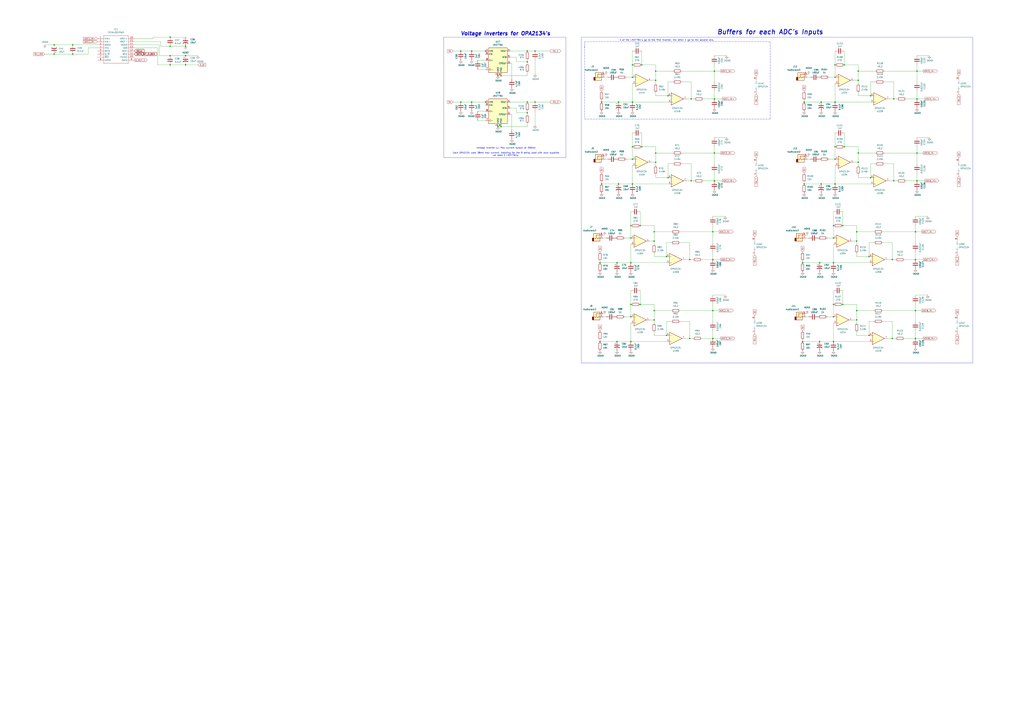
<source format=kicad_sch>
(kicad_sch (version 20231120) (generator "eeschema") (generator_version "8.0")
  (paper "A1")
  (title_block (company "Michael Meyers"))
  (lib_symbols
    (symbol "Amplifier_Operational:OPA2134" (pin_names (offset 0.127))
      (property "Reference" "U" (at 0 5.08 0))
      (property "Value" "OPA2134" (at 0 -5.08 0))
      (symbol "OPA2134_1_1"
        (pin output line (at 7.62 0 180) (length 2.54) (name "~") (number "1"))
        (pin input line (at -7.62 -2.54 0) (length 2.54) (name "-") (number "2"))
        (pin input line (at -7.62 2.54 0) (length 2.54) (name "+") (number "3"))
      )
      (symbol "OPA2134_2_1"
        (pin input line (at -7.62 2.54 0) (length 2.54) (name "+") (number "5"))
        (pin input line (at -7.62 -2.54 0) (length 2.54) (name "-") (number "6"))
        (pin output line (at 7.62 0 180) (length 2.54) (name "~") (number "7"))
      )
      (symbol "OPA2134_3_1"
        (pin power_in line (at -2.54 -7.62 90) (length 3.81) (name "V-") (number "4"))
        (pin power_in line (at -2.54 7.62 270) (length 3.81) (name "V+") (number "8"))
      )
    )
    (symbol "Connector_Audio:AudioJack2"
      (property "Reference" "J" (at 0 8.89 0))
      (property "Value" "AudioJack2" (at 0 6.35 0))
      (symbol "AudioJack2_1_1"
        (pin passive line (at 5.08 2.54 180) (length 2.54) (name "~") (number "S"))
        (pin passive line (at 5.08 0 180) (length 2.54) (name "~") (number "T"))
      )
    )
    (symbol "Device:C" (pin_numbers hide) (pin_names (offset 0.254))
      (property "Reference" "C" (at 0.635 2.54 0))
      (property "Value" "C" (at 0.635 -2.54 0))
      (symbol "C_1_1"
        (pin passive line (at 0 3.81 270) (length 2.794) (name "~") (number "1"))
        (pin passive line (at 0 -3.81 90) (length 2.794) (name "~") (number "2"))
      )
    )
    (symbol "Device:C_Polarized_US" (pin_numbers hide) (pin_names (offset 0.254) hide)
      (property "Reference" "C" (at 0.635 2.54 0))
      (property "Value" "C_Polarized_US" (at 0.635 -2.54 0))
      (symbol "C_Polarized_US_1_1"
        (pin passive line (at 0 3.81 270) (length 2.794) (name "~") (number "1"))
        (pin passive line (at 0 -3.81 90) (length 3.302) (name "~") (number "2"))
      )
    )
    (symbol "Device:R" (pin_numbers hide) (pin_names (offset 0))
      (property "Reference" "R" (at 2.032 0 90))
      (property "Value" "R" (at 0 0 90))
      (symbol "R_1_1"
        (pin passive line (at 0 3.81 270) (length 1.27) (name "~") (number "1"))
        (pin passive line (at 0 -3.81 90) (length 1.27) (name "~") (number "2"))
      )
    )
    (symbol "Regulator_SwitchedCapacitor:LM27761"
      (property "Reference" "U" (at -6.35 11.43 0))
      (property "Value" "LM27761" (at 3.302 11.43 0))
      (symbol "LM27761_1_1"
        (pin power_in line (at -10.16 7.62 0) (length 2.54) (name "VIN") (number "1"))
        (pin power_in line (at 0 -12.7 90) (length 2.54) (name "GND") (number "2"))
        (pin power_out line (at 10.16 -2.54 180) (length 2.54) (name "CPOUT") (number "3"))
        (pin power_out line (at 10.16 7.62 180) (length 2.54) (name "VOUT") (number "4"))
        (pin input line (at 10.16 2.54 180) (length 2.54) (name "VFB") (number "5"))
        (pin input line (at -10.16 5.08 0) (length 2.54) (name "EN") (number "6"))
        (pin passive line (at -10.16 -7.62 0) (length 2.54) (name "C-") (number "7"))
        (pin passive line (at -10.16 0 0) (length 2.54) (name "C+") (number "8"))
        (pin power_in line (at 2.54 -12.7 90) (length 2.54) (name "PAD") (number "9"))
      )
    )
    (symbol "SamacSys_Parts:PCM4201PWR" (pin_names (offset 0.762))
      (property "Reference" "IC" (at 26.67 7.62 0))
      (property "Value" "PCM4201PWR" (at 26.67 5.08 0))
      (symbol "PCM4201PWR_0_0"
        (pin input line (at 0 0 0) (length 5.08) (name "VIN+") (number "1"))
        (pin bidirectional line (at 30.48 -15.24 180) (length 5.08) (name "FSYNC") (number "10"))
        (pin bidirectional line (at 30.48 -12.7 180) (length 5.08) (name "BCK") (number "11"))
        (pin input line (at 30.48 -10.16 180) (length 5.08) (name "SCKI") (number "12"))
        (pin power_in line (at 30.48 -7.62 180) (length 5.08) (name "VDD") (number "13"))
        (pin power_in line (at 30.48 -5.08 180) (length 5.08) (name "DGND") (number "14"))
        (pin output line (at 30.48 -2.54 180) (length 5.08) (name "VREF-") (number "15"))
        (pin output line (at 30.48 0 180) (length 5.08) (name "VREF+") (number "16"))
        (pin input line (at 0 -2.54 0) (length 5.08) (name "VIN-") (number "2"))
        (pin power_in line (at 0 -5.08 0) (length 5.08) (name "AGND") (number "3"))
        (pin power_in line (at 0 -7.62 0) (length 5.08) (name "VCC") (number "4"))
        (pin input line (at 0 -10.16 0) (length 5.08) (name "RATE") (number "5"))
        (pin input line (at 0 -12.7 0) (length 5.08) (name "S/~{M}") (number "6"))
        (pin input line (at 0 -15.24 0) (length 5.08) (name "~{RST}") (number "7"))
        (pin input line (at 0 -17.78 0) (length 5.08) (name "HPFD") (number "8"))
        (pin output line (at 30.48 -17.78 180) (length 5.08) (name "DATA") (number "9"))
      )
    )
    (symbol "power:Earth" (power) (pin_numbers hide) (pin_names (offset 0) hide)
      (property "Value" "Earth" (at 0 -3.81 0))
      (symbol "Earth_1_1"
        (pin power_in line (at 0 0 270) (length 0) (name "~") (number "1"))
      )
    )
    (symbol "power:GND" (power) (pin_numbers hide) (pin_names (offset 0) hide)
      (property "Value" "GND" (at 0 -3.81 0))
      (symbol "GND_1_1"
        (pin power_in line (at 0 0 270) (length 0) (name "~") (number "1"))
      )
    )
  )
  (junction (at 567.69 81.28))
  (junction (at 519.43 83.82))
  (junction (at 59.69 36.83))
  (junction (at 585.47 278.13))
  (junction (at 519.43 130.81))
  (junction (at 734.06 148.59))
  (junction (at 660.4 151.13))
  (junction (at 527.05 120.65))
  (junction (at 585.47 190.5))
  (junction (at 537.21 255.27))
  (junction (at 537.21 198.12))
  (junction (at 508 83.82))
  (junction (at 44.45 36.83))
  (junction (at 703.58 198.12))
  (junction (at 538.48 133.35))
  (junction (at 408.94 104.14))
  (junction (at 586.74 58.42))
  (junction (at 525.78 250.19))
  (junction (at 411.48 62.23))
  (junction (at 433.07 83.82))
  (junction (at 518.16 215.9))
  (junction (at 659.13 280.67))
  (junction (at 704.85 66.04))
  (junction (at 684.53 195.58))
  (junction (at 152.4 53.34))
  (junction (at 567.69 148.59))
  (junction (at 586.74 81.28))
  (junction (at 59.69 44.45))
  (junction (at 387.35 83.82))
  (junction (at 673.1 215.9))
  (junction (at 433.07 50.8))
  (junction (at 139.7 53.34))
  (junction (at 518.16 280.67))
  (junction (at 518.16 185.42))
  (junction (at 506.73 215.9))
  (junction (at 713.74 210.82))
  (junction (at 492.76 215.9))
  (junction (at 692.15 250.19))
  (junction (at 387.35 41.91))
  (junction (at 674.37 151.13))
  (junction (at 439.42 41.91))
  (junction (at 152.4 38.1))
  (junction (at 713.74 275.59))
  (junction (at 566.42 213.36))
  (junction (at 751.84 190.5))
  (junction (at 519.43 120.65))
  (junction (at 684.53 260.35))
  (junction (at 660.4 83.82))
  (junction (at 494.03 151.13))
  (junction (at 684.53 280.67))
  (junction (at 548.64 146.05))
  (junction (at 751.84 213.36))
  (junction (at 519.43 151.13))
  (junction (at 685.8 130.81))
  (junction (at 684.53 215.9))
  (junction (at 398.78 41.91))
  (junction (at 525.78 185.42))
  (junction (at 537.21 190.5))
  (junction (at 506.73 280.67))
  (junction (at 518.16 250.19))
  (junction (at 139.7 45.72))
  (junction (at 684.53 185.42))
  (junction (at 753.11 148.59))
  (junction (at 685.8 120.65))
  (junction (at 139.7 30.48))
  (junction (at 548.64 78.74))
  (junction (at 398.78 83.82))
  (junction (at 508 151.13))
  (junction (at 703.58 262.89))
  (junction (at 693.42 120.65))
  (junction (at 44.45 44.45))
  (junction (at 751.84 278.13))
  (junction (at 519.43 63.5))
  (junction (at 494.03 83.82))
  (junction (at 408.94 62.23))
  (junction (at 439.42 83.82))
  (junction (at 685.8 151.13))
  (junction (at 674.37 83.82))
  (junction (at 538.48 125.73))
  (junction (at 751.84 255.27))
  (junction (at 685.8 83.82))
  (junction (at 433.07 41.91))
  (junction (at 586.74 125.73))
  (junction (at 753.11 58.42))
  (junction (at 586.74 148.59))
  (junction (at 585.47 213.36))
  (junction (at 659.13 215.9))
  (junction (at 152.4 45.72))
  (junction (at 732.79 213.36))
  (junction (at 518.16 260.35))
  (junction (at 538.48 58.42))
  (junction (at 684.53 250.19))
  (junction (at 685.8 63.5))
  (junction (at 411.48 104.14))
  (junction (at 378.46 41.91))
  (junction (at 673.1 280.67))
  (junction (at 685.8 53.34))
  (junction (at 715.01 146.05))
  (junction (at 703.58 255.27))
  (junction (at 715.01 78.74))
  (junction (at 527.05 53.34))
  (junction (at 537.21 262.89))
  (junction (at 519.43 53.34))
  (junction (at 704.85 58.42))
  (junction (at 753.11 81.28))
  (junction (at 585.47 255.27))
  (junction (at 433.07 92.71))
  (junction (at 547.37 210.82))
  (junction (at 753.11 125.73))
  (junction (at 734.06 81.28))
  (junction (at 704.85 133.35))
  (junction (at 703.58 190.5))
  (junction (at 492.76 280.67))
  (junction (at 692.15 185.42))
  (junction (at 704.85 125.73))
  (junction (at 378.46 83.82))
  (junction (at 693.42 53.34))
  (junction (at 566.42 278.13))
  (junction (at 547.37 275.59))
  (junction (at 538.48 66.04))
  (junction (at 732.79 278.13))
  (junction (at 139.7 38.1))
  (junction (at 518.16 195.58))
  (wire (pts (xy 730.25 81.28) (xy 734.06 81.28)))
  (wire (pts (xy 665.48 130.81) (xy 662.94 130.81)))
  (wire (pts (xy 732.79 264.16) (xy 732.79 278.13)))
  (wire (pts (xy 419.1 46.99) (xy 424.18 46.99)))
  (wire (pts (xy 674.37 83.82) (xy 685.8 83.82)))
  (wire (pts (xy 551.18 199.39) (xy 547.37 199.39)))
  (wire (pts (xy 751.84 242.57) (xy 762 242.57)))
  (wire (pts (xy 552.45 67.31) (xy 548.64 67.31)))
  (wire (pts (xy 703.58 190.5) (xy 703.58 198.12)))
  (wire (pts (xy 537.21 275.59) (xy 547.37 275.59)))
  (wire (pts (xy 497.84 128.27) (xy 496.57 128.27)))
  (wire (pts (xy 519.43 68.58) (xy 519.43 83.82)))
  (wire (pts (xy 513.08 195.58) (xy 518.16 195.58)))
  (wire (pts (xy 703.58 250.19) (xy 703.58 255.27)))
  (wire (pts (xy 751.84 271.78) (xy 751.84 278.13)))
  (wire (pts (xy 513.08 260.35) (xy 518.16 260.35)))
  (wire (pts (xy 703.58 255.27) (xy 703.58 262.89)))
  (wire (pts (xy 684.53 250.19) (xy 684.53 260.35)))
  (wire (pts (xy 537.21 250.19) (xy 537.21 255.27)))
  (wire (pts (xy 139.7 38.1) (xy 152.4 38.1)))
  (wire (pts (xy 704.85 146.05) (xy 715.01 146.05)))
  (wire (pts (xy 492.76 215.9) (xy 492.76 214.63)))
  (wire (pts (xy 659.13 280.67) (xy 673.1 280.67)))
  (wire (pts (xy 499.11 63.5) (xy 496.57 63.5)))
  (wire (pts (xy 518.16 185.42) (xy 518.16 195.58)))
  (wire (pts (xy 419.1 41.91) (xy 433.07 41.91)))
  (wire (pts (xy 753.11 113.03) (xy 763.27 113.03)))
  (wire (pts (xy 514.35 63.5) (xy 519.43 63.5)))
  (wire (pts (xy 518.16 200.66) (xy 518.16 215.9)))
  (wire (pts (xy 59.69 36.83) (xy 80.01 36.83)))
  (wire (pts (xy 538.48 143.51) (xy 538.48 146.05)))
  (wire (pts (xy 685.8 53.34) (xy 685.8 63.5)))
  (wire (pts (xy 411.48 104.14) (xy 433.07 104.14)))
  (wire (pts (xy 732.79 278.13) (xy 735.33 278.13)))
  (wire (pts (xy 537.21 255.27) (xy 537.21 262.89)))
  (wire (pts (xy 527.05 53.34) (xy 538.48 53.34)))
  (wire (pts (xy 725.17 255.27) (xy 751.84 255.27)))
  (polyline (pts (xy 632.46 34.29) (xy 480.06 34.29)) (stroke (width 0) (type dash)))
  (wire (pts (xy 551.18 190.5) (xy 537.21 190.5)))
  (wire (pts (xy 703.58 262.89) (xy 703.58 265.43)))
  (wire (pts (xy 685.8 151.13) (xy 715.01 151.13)))
  (wire (pts (xy 519.43 120.65) (xy 519.43 130.81)))
  (wire (pts (xy 744.22 148.59) (xy 753.11 148.59)))
  (wire (pts (xy 560.07 125.73) (xy 586.74 125.73)))
  (wire (pts (xy 537.21 185.42) (xy 537.21 190.5)))
  (wire (pts (xy 378.46 83.82) (xy 387.35 83.82)))
  (wire (pts (xy 751.84 177.8) (xy 762 177.8)))
  (wire (pts (xy 548.64 67.31) (xy 548.64 78.74)))
  (wire (pts (xy 392.43 49.53) (xy 398.78 49.53)))
  (wire (pts (xy 519.43 109.22) (xy 519.43 120.65)))
  (wire (pts (xy 728.98 213.36) (xy 732.79 213.36)))
  (wire (pts (xy 664.21 260.35) (xy 661.67 260.35)))
  (wire (pts (xy 591.82 278.13) (xy 585.47 278.13)))
  (wire (pts (xy 567.69 67.31) (xy 567.69 81.28)))
  (wire (pts (xy 36.83 36.83) (xy 44.45 36.83)))
  (wire (pts (xy 713.74 199.39) (xy 713.74 210.82)))
  (wire (pts (xy 387.35 41.91) (xy 398.78 41.91)))
  (wire (pts (xy 664.21 60.96) (xy 662.94 60.96)))
  (wire (pts (xy 514.35 130.81) (xy 519.43 130.81)))
  (wire (pts (xy 742.95 213.36) (xy 751.84 213.36)))
  (wire (pts (xy 701.04 133.35) (xy 704.85 133.35)))
  (wire (pts (xy 527.05 120.65) (xy 538.48 120.65)))
  (wire (pts (xy 734.06 148.59) (xy 736.6 148.59)))
  (wire (pts (xy 753.11 45.72) (xy 763.27 45.72)))
  (wire (pts (xy 129.54 39.37) (xy 129.54 53.34)))
  (wire (pts (xy 585.47 250.19) (xy 585.47 255.27)))
  (wire (pts (xy 725.17 199.39) (xy 732.79 199.39)))
  (wire (pts (xy 734.06 67.31) (xy 734.06 81.28)))
  (wire (pts (xy 129.54 53.34) (xy 139.7 53.34)))
  (wire (pts (xy 701.04 66.04) (xy 704.85 66.04)))
  (wire (pts (xy 392.43 91.44) (xy 398.78 91.44)))
  (wire (pts (xy 758.19 213.36) (xy 751.84 213.36)))
  (wire (pts (xy 525.78 250.19) (xy 537.21 250.19)))
  (wire (pts (xy 552.45 134.62) (xy 548.64 134.62)))
  (wire (pts (xy 525.78 173.99) (xy 525.78 185.42)))
  (wire (pts (xy 586.74 45.72) (xy 596.9 45.72)))
  (wire (pts (xy 566.42 199.39) (xy 566.42 213.36)))
  (wire (pts (xy 685.8 68.58) (xy 685.8 83.82)))
  (wire (pts (xy 392.43 99.06) (xy 398.78 99.06)))
  (wire (pts (xy 703.58 208.28) (xy 703.58 210.82)))
  (wire (pts (xy 72.39 39.37) (xy 72.39 44.45)))
  (wire (pts (xy 492.76 280.67) (xy 492.76 279.4)))
  (wire (pts (xy 692.15 250.19) (xy 703.58 250.19)))
  (wire (pts (xy 585.47 177.8) (xy 595.63 177.8)))
  (wire (pts (xy 519.43 41.91) (xy 519.43 53.34)))
  (wire (pts (xy 693.42 120.65) (xy 704.85 120.65)))
  (wire (pts (xy 751.84 255.27) (xy 751.84 264.16)))
  (wire (pts (xy 593.09 81.28) (xy 586.74 81.28)))
  (wire (pts (xy 713.74 264.16) (xy 713.74 275.59)))
  (wire (pts (xy 439.42 91.44) (xy 439.42 102.87)))
  (wire (pts (xy 44.45 44.45) (xy 59.69 44.45)))
  (wire (pts (xy 420.37 93.98) (xy 419.1 93.98)))
  (wire (pts (xy 547.37 264.16) (xy 547.37 275.59)))
  (wire (pts (xy 518.16 265.43) (xy 518.16 280.67)))
  (wire (pts (xy 751.84 190.5) (xy 756.92 190.5)))
  (wire (pts (xy 586.74 58.42) (xy 586.74 67.31)))
  (wire (pts (xy 424.18 88.9) (xy 424.18 92.71)))
  (wire (pts (xy 518.16 238.76) (xy 518.16 250.19)))
  (wire (pts (xy 424.18 46.99) (xy 424.18 50.8)))
  (wire (pts (xy 562.61 278.13) (xy 566.42 278.13)))
  (wire (pts (xy 725.17 190.5) (xy 751.84 190.5)))
  (wire (pts (xy 725.17 264.16) (xy 732.79 264.16)))
  (wire (pts (xy 751.84 190.5) (xy 751.84 199.39)))
  (wire (pts (xy 753.11 53.34) (xy 753.11 58.42)))
  (wire (pts (xy 680.72 130.81) (xy 685.8 130.81)))
  (wire (pts (xy 685.8 41.91) (xy 685.8 53.34)))
  (wire (pts (xy 751.84 255.27) (xy 756.92 255.27)))
  (wire (pts (xy 732.79 213.36) (xy 735.33 213.36)))
  (wire (pts (xy 492.76 280.67) (xy 506.73 280.67)))
  (wire (pts (xy 433.07 59.69) (xy 433.07 62.23)))
  (wire (pts (xy 664.21 195.58) (xy 661.67 195.58)))
  (wire (pts (xy 703.58 210.82) (xy 713.74 210.82)))
  (wire (pts (xy 732.79 199.39) (xy 732.79 213.36)))
  (wire (pts (xy 734.06 81.28) (xy 736.6 81.28)))
  (wire (pts (xy 152.4 53.34) (xy 162.56 53.34)))
  (wire (pts (xy 566.42 264.16) (xy 566.42 278.13)))
  (wire (pts (xy 378.46 41.91) (xy 387.35 41.91)))
  (wire (pts (xy 508 83.82) (xy 519.43 83.82)))
  (wire (pts (xy 538.48 76.2) (xy 538.48 78.74)))
  (wire (pts (xy 753.11 58.42) (xy 758.19 58.42)))
  (wire (pts (xy 591.82 213.36) (xy 585.47 213.36)))
  (wire (pts (xy 563.88 81.28) (xy 567.69 81.28)))
  (wire (pts (xy 494.03 83.82) (xy 494.03 82.55)))
  (wire (pts (xy 726.44 134.62) (xy 734.06 134.62)))
  (wire (pts (xy 518.16 215.9) (xy 547.37 215.9)))
  (wire (pts (xy 685.8 120.65) (xy 685.8 130.81)))
  (wire (pts (xy 411.48 62.23) (xy 433.07 62.23)))
  (wire (pts (xy 139.7 53.34) (xy 152.4 53.34)))
  (wire (pts (xy 558.8 255.27) (xy 585.47 255.27)))
  (wire (pts (xy 433.07 92.71) (xy 433.07 93.98)))
  (wire (pts (xy 715.01 134.62) (xy 715.01 146.05)))
  (wire (pts (xy 693.42 41.91) (xy 693.42 53.34)))
  (wire (pts (xy 125.73 31.75) (xy 110.49 31.75)))
  (wire (pts (xy 585.47 255.27) (xy 585.47 264.16)))
  (wire (pts (xy 420.37 106.68) (xy 420.37 93.98)))
  (wire (pts (xy 585.47 190.5) (xy 585.47 199.39)))
  (wire (pts (xy 518.16 250.19) (xy 518.16 260.35)))
  (wire (pts (xy 506.73 215.9) (xy 518.16 215.9)))
  (wire (pts (xy 551.18 264.16) (xy 547.37 264.16)))
  (wire (pts (xy 717.55 199.39) (xy 713.74 199.39)))
  (wire (pts (xy 665.48 63.5) (xy 662.94 63.5)))
  (wire (pts (xy 132.08 38.1) (xy 132.08 34.29)))
  (wire (pts (xy 518.16 173.99) (xy 518.16 185.42)))
  (wire (pts (xy 439.42 41.91) (xy 452.12 41.91)))
  (wire (pts (xy 659.13 215.9) (xy 673.1 215.9)))
  (wire (pts (xy 703.58 198.12) (xy 703.58 200.66)))
  (wire (pts (xy 759.46 81.28) (xy 753.11 81.28)))
  (wire (pts (xy 659.13 215.9) (xy 659.13 214.63)))
  (wire (pts (xy 718.82 134.62) (xy 715.01 134.62)))
  (wire (pts (xy 585.47 185.42) (xy 585.47 190.5)))
  (wire (pts (xy 538.48 78.74) (xy 548.64 78.74)))
  (wire (pts (xy 125.73 30.48) (xy 125.73 31.75)))
  (wire (pts (xy 506.73 280.67) (xy 518.16 280.67)))
  (wire (pts (xy 662.94 193.04) (xy 661.67 193.04)))
  (wire (pts (xy 497.84 60.96) (xy 496.57 60.96)))
  (wire (pts (xy 704.85 125.73) (xy 704.85 133.35)))
  (wire (pts (xy 537.21 198.12) (xy 537.21 200.66)))
  (wire (pts (xy 492.76 215.9) (xy 506.73 215.9)))
  (wire (pts (xy 660.4 83.82) (xy 674.37 83.82)))
  (wire (pts (xy 424.18 92.71) (xy 433.07 92.71)))
  (wire (pts (xy 372.11 83.82) (xy 378.46 83.82)))
  (wire (pts (xy 693.42 109.22) (xy 693.42 120.65)))
  (wire (pts (xy 519.43 135.89) (xy 519.43 151.13)))
  (wire (pts (xy 420.37 64.77) (xy 420.37 52.07)))
  (wire (pts (xy 718.82 58.42) (xy 704.85 58.42)))
  (wire (pts (xy 537.21 190.5) (xy 537.21 198.12)))
  (wire (pts (xy 424.18 50.8) (xy 433.07 50.8)))
  (wire (pts (xy 499.11 130.81) (xy 496.57 130.81)))
  (wire (pts (xy 558.8 190.5) (xy 585.47 190.5)))
  (wire (pts (xy 372.11 41.91) (xy 378.46 41.91)))
  (wire (pts (xy 398.78 83.82) (xy 398.78 86.36)))
  (wire (pts (xy 558.8 199.39) (xy 566.42 199.39)))
  (wire (pts (xy 692.15 238.76) (xy 692.15 250.19)))
  (wire (pts (xy 563.88 148.59) (xy 567.69 148.59)))
  (wire (pts (xy 132.08 38.1) (xy 139.7 38.1)))
  (wire (pts (xy 753.11 125.73) (xy 753.11 134.62)))
  (wire (pts (xy 567.69 134.62) (xy 567.69 148.59)))
  (wire (pts (xy 680.72 63.5) (xy 685.8 63.5)))
  (wire (pts (xy 433.07 50.8) (xy 433.07 52.07)))
  (wire (pts (xy 662.94 257.81) (xy 661.67 257.81)))
  (wire (pts (xy 659.13 280.67) (xy 659.13 279.4)))
  (wire (pts (xy 533.4 198.12) (xy 537.21 198.12)))
  (wire (pts (xy 717.55 255.27) (xy 703.58 255.27)))
  (wire (pts (xy 751.84 207.01) (xy 751.84 213.36)))
  (wire (pts (xy 433.07 41.91) (xy 439.42 41.91)))
  (wire (pts (xy 566.42 213.36) (xy 568.96 213.36)))
  (wire (pts (xy 496.57 193.04) (xy 495.3 193.04)))
  (wire (pts (xy 433.07 91.44) (xy 433.07 92.71)))
  (wire (pts (xy 537.21 262.89) (xy 537.21 265.43)))
  (wire (pts (xy 726.44 58.42) (xy 753.11 58.42)))
  (wire (pts (xy 420.37 52.07) (xy 419.1 52.07)))
  (wire (pts (xy 699.77 198.12) (xy 703.58 198.12)))
  (wire (pts (xy 527.05 41.91) (xy 527.05 53.34)))
  (wire (pts (xy 704.85 66.04) (xy 704.85 68.58)))
  (wire (pts (xy 744.22 81.28) (xy 753.11 81.28)))
  (wire (pts (xy 704.85 133.35) (xy 704.85 135.89)))
  (wire (pts (xy 586.74 120.65) (xy 586.74 125.73)))
  (polyline (pts (xy 632.46 97.79) (xy 632.46 34.29)) (stroke (width 0) (type dash)))
  (wire (pts (xy 684.53 173.99) (xy 684.53 185.42)))
  (wire (pts (xy 567.69 81.28) (xy 570.23 81.28)))
  (wire (pts (xy 538.48 133.35) (xy 538.48 135.89)))
  (wire (pts (xy 519.43 151.13) (xy 548.64 151.13)))
  (wire (pts (xy 704.85 143.51) (xy 704.85 146.05)))
  (polyline (pts (xy 480.06 34.29) (xy 480.06 39.37)))
  (wire (pts (xy 586.74 58.42) (xy 591.82 58.42)))
  (wire (pts (xy 566.42 278.13) (xy 568.96 278.13)))
  (wire (pts (xy 660.4 151.13) (xy 674.37 151.13)))
  (wire (pts (xy 534.67 133.35) (xy 538.48 133.35)))
  (wire (pts (xy 586.74 74.93) (xy 586.74 81.28)))
  (wire (pts (xy 538.48 120.65) (xy 538.48 125.73)))
  (wire (pts (xy 439.42 49.53) (xy 439.42 60.96)))
  (wire (pts (xy 130.81 45.72) (xy 139.7 45.72)))
  (wire (pts (xy 685.8 109.22) (xy 685.8 120.65)))
  (wire (pts (xy 130.81 36.83) (xy 130.81 45.72)))
  (wire (pts (xy 408.94 62.23) (xy 411.48 62.23)))
  (wire (pts (xy 419.1 83.82) (xy 433.07 83.82)))
  (wire (pts (xy 693.42 53.34) (xy 704.85 53.34)))
  (wire (pts (xy 433.07 49.53) (xy 433.07 50.8)))
  (wire (pts (xy 718.82 125.73) (xy 704.85 125.73)))
  (wire (pts (xy 139.7 30.48) (xy 152.4 30.48)))
  (wire (pts (xy 586.74 142.24) (xy 586.74 148.59)))
  (wire (pts (xy 508 151.13) (xy 519.43 151.13)))
  (wire (pts (xy 585.47 190.5) (xy 590.55 190.5)))
  (wire (pts (xy 538.48 146.05) (xy 548.64 146.05)))
  (wire (pts (xy 679.45 260.35) (xy 684.53 260.35)))
  (wire (pts (xy 684.53 265.43) (xy 684.53 280.67)))
  (wire (pts (xy 692.15 173.99) (xy 692.15 185.42)))
  (wire (pts (xy 753.11 125.73) (xy 758.19 125.73)))
  (wire (pts (xy 704.85 78.74) (xy 715.01 78.74)))
  (wire (pts (xy 674.37 151.13) (xy 685.8 151.13)))
  (wire (pts (xy 704.85 58.42) (xy 704.85 66.04)))
  (wire (pts (xy 704.85 53.34) (xy 704.85 58.42)))
  (wire (pts (xy 110.49 39.37) (xy 129.54 39.37)))
  (wire (pts (xy 753.11 142.24) (xy 753.11 148.59)))
  (wire (pts (xy 751.84 250.19) (xy 751.84 255.27)))
  (wire (pts (xy 80.01 39.37) (xy 72.39 39.37)))
  (wire (pts (xy 494.03 83.82) (xy 508 83.82)))
  (wire (pts (xy 551.18 255.27) (xy 537.21 255.27)))
  (wire (pts (xy 433.07 83.82) (xy 439.42 83.82)))
  (wire (pts (xy 548.64 134.62) (xy 548.64 146.05)))
  (wire (pts (xy 660.4 151.13) (xy 660.4 149.86)))
  (wire (pts (xy 703.58 275.59) (xy 713.74 275.59)))
  (wire (pts (xy 586.74 125.73) (xy 586.74 134.62)))
  (wire (pts (xy 753.11 58.42) (xy 753.11 67.31)))
  (wire (pts (xy 497.84 260.35) (xy 495.3 260.35)))
  (wire (pts (xy 753.11 74.93) (xy 753.11 81.28)))
  (wire (pts (xy 586.74 53.34) (xy 586.74 58.42)))
  (wire (pts (xy 537.21 210.82) (xy 547.37 210.82)))
  (wire (pts (xy 684.53 215.9) (xy 713.74 215.9)))
  (wire (pts (xy 152.4 45.72) (xy 162.56 45.72)))
  (wire (pts (xy 552.45 125.73) (xy 538.48 125.73)))
  (wire (pts (xy 525.78 185.42) (xy 537.21 185.42)))
  (wire (pts (xy 537.21 208.28) (xy 537.21 210.82)))
  (wire (pts (xy 534.67 66.04) (xy 538.48 66.04)))
  (polyline (pts (xy 480.06 97.79) (xy 632.46 97.79)) (stroke (width 0) (type dash)))
  (wire (pts (xy 759.46 148.59) (xy 753.11 148.59)))
  (wire (pts (xy 519.43 83.82) (xy 548.64 83.82)))
  (wire (pts (xy 44.45 36.83) (xy 59.69 36.83)))
  (wire (pts (xy 679.45 195.58) (xy 684.53 195.58)))
  (wire (pts (xy 576.58 213.36) (xy 585.47 213.36)))
  (wire (pts (xy 538.48 58.42) (xy 538.48 66.04)))
  (wire (pts (xy 577.85 81.28) (xy 586.74 81.28)))
  (wire (pts (xy 560.07 67.31) (xy 567.69 67.31)))
  (wire (pts (xy 717.55 190.5) (xy 703.58 190.5)))
  (wire (pts (xy 538.48 125.73) (xy 538.48 133.35)))
  (wire (pts (xy 494.03 151.13) (xy 508 151.13)))
  (wire (pts (xy 703.58 185.42) (xy 703.58 190.5)))
  (wire (pts (xy 753.11 120.65) (xy 753.11 125.73)))
  (wire (pts (xy 717.55 264.16) (xy 713.74 264.16)))
  (wire (pts (xy 742.95 278.13) (xy 751.84 278.13)))
  (polyline (pts (xy 480.06 38.1) (xy 480.06 97.79)) (stroke (width 0) (type dash)))
  (wire (pts (xy 538.48 66.04) (xy 538.48 68.58)))
  (wire (pts (xy 734.06 134.62) (xy 734.06 148.59)))
  (wire (pts (xy 392.43 57.15) (xy 398.78 57.15)))
  (wire (pts (xy 730.25 148.59) (xy 734.06 148.59)))
  (wire (pts (xy 586.74 113.03) (xy 596.9 113.03)))
  (wire (pts (xy 585.47 242.57) (xy 595.63 242.57)))
  (wire (pts (xy 537.21 273.05) (xy 537.21 275.59)))
  (wire (pts (xy 110.49 36.83) (xy 130.81 36.83)))
  (wire (pts (xy 585.47 271.78) (xy 585.47 278.13)))
  (wire (pts (xy 699.77 262.89) (xy 703.58 262.89)))
  (wire (pts (xy 525.78 238.76) (xy 525.78 250.19)))
  (wire (pts (xy 36.83 44.45) (xy 44.45 44.45)))
  (wire (pts (xy 527.05 109.22) (xy 527.05 120.65)))
  (wire (pts (xy 673.1 280.67) (xy 684.53 280.67)))
  (wire (pts (xy 496.57 257.81) (xy 495.3 257.81)))
  (wire (pts (xy 560.07 134.62) (xy 567.69 134.62)))
  (wire (pts (xy 684.53 185.42) (xy 684.53 195.58)))
  (wire (pts (xy 715.01 67.31) (xy 715.01 78.74)))
  (wire (pts (xy 387.35 83.82) (xy 398.78 83.82)))
  (wire (pts (xy 585.47 207.01) (xy 585.47 213.36)))
  (wire (pts (xy 703.58 273.05) (xy 703.58 275.59)))
  (wire (pts (xy 547.37 199.39) (xy 547.37 210.82)))
  (wire (pts (xy 576.58 278.13) (xy 585.47 278.13)))
  (wire (pts (xy 593.09 148.59) (xy 586.74 148.59)))
  (wire (pts (xy 552.45 58.42) (xy 538.48 58.42)))
  (wire (pts (xy 538.48 53.34) (xy 538.48 58.42)))
  (wire (pts (xy 433.07 101.6) (xy 433.07 104.14)))
  (wire (pts (xy 560.07 58.42) (xy 586.74 58.42)))
  (wire (pts (xy 726.44 67.31) (xy 734.06 67.31)))
  (wire (pts (xy 751.84 185.42) (xy 751.84 190.5)))
  (wire (pts (xy 673.1 215.9) (xy 684.53 215.9)))
  (wire (pts (xy 726.44 125.73) (xy 753.11 125.73)))
  (wire (pts (xy 685.8 83.82) (xy 715.01 83.82)))
  (wire (pts (xy 664.21 128.27) (xy 662.94 128.27)))
  (wire (pts (xy 558.8 264.16) (xy 566.42 264.16)))
  (wire (pts (xy 684.53 280.67) (xy 713.74 280.67)))
  (wire (pts (xy 439.42 83.82) (xy 452.12 83.82)))
  (wire (pts (xy 758.19 278.13) (xy 751.84 278.13)))
  (wire (pts (xy 408.94 104.14) (xy 411.48 104.14)))
  (wire (pts (xy 685.8 135.89) (xy 685.8 151.13)))
  (wire (pts (xy 692.15 185.42) (xy 703.58 185.42)))
  (wire (pts (xy 398.78 41.91) (xy 398.78 44.45)))
  (wire (pts (xy 585.47 255.27) (xy 590.55 255.27)))
  (wire (pts (xy 518.16 280.67) (xy 547.37 280.67)))
  (wire (pts (xy 125.73 30.48) (xy 139.7 30.48)))
  (wire (pts (xy 567.69 148.59) (xy 570.23 148.59)))
  (wire (pts (xy 72.39 44.45) (xy 59.69 44.45)))
  (wire (pts (xy 684.53 200.66) (xy 684.53 215.9)))
  (wire (pts (xy 577.85 148.59) (xy 586.74 148.59)))
  (wire (pts (xy 684.53 238.76) (xy 684.53 250.19)))
  (wire (pts (xy 704.85 120.65) (xy 704.85 125.73)))
  (wire (pts (xy 533.4 262.89) (xy 537.21 262.89)))
  (wire (pts (xy 494.03 151.13) (xy 494.03 149.86)))
  (wire (pts (xy 139.7 45.72) (xy 152.4 45.72)))
  (wire (pts (xy 519.43 53.34) (xy 519.43 63.5)))
  (wire (pts (xy 728.98 278.13) (xy 732.79 278.13)))
  (wire (pts (xy 419.1 88.9) (xy 424.18 88.9)))
  (wire (pts (xy 497.84 195.58) (xy 495.3 195.58)))
  (wire (pts (xy 718.82 67.31) (xy 715.01 67.31)))
  (wire (pts (xy 586.74 125.73) (xy 591.82 125.73)))
  (wire (pts (xy 110.49 34.29) (xy 132.08 34.29)))
  (wire (pts (xy 660.4 83.82) (xy 660.4 82.55)))
  (wire (pts (xy 704.85 76.2) (xy 704.85 78.74)))
  (wire (pts (xy 562.61 213.36) (xy 566.42 213.36)))
  (rectangle (start 477.52 30.48) (end 798.83 298.45))
  (rectangle (start 364.49 30.48) (end 464.82 129.54))
  (text "Voltage Inverter w/ Max current output of 250mA\n\nEach OPA2134 uses 38mA max current, meaning for the 9 being used with dual supplies\nwe need 2 LM27761s." (at 415.544 124.714 0) (effects (font (size 1.27 1.27))))
  (text "Buffers for each ADC's Inputs " (at 633.984 26.416 0) (effects (font (size 3.81 3.81) (thickness 0.6) (bold yes) (italic yes))))
  (text "4 of the LM27761's go to the first inverter, the other 4 go to the second one." (at 547.624 33.02 0) (effects (font (size 1.27 1.27))))
  (text "Voltage Inverters for OPA2134's" (at 415.29 27.686 0) (effects (font (size 3 3) (thickness 0.6) (bold yes) (italic yes))))
  (global_label "3.3V" (shape input) (at 162.56 53.34 0) (property "Intersheetrefs" "${INTERSHEET_REFS}" (effects (hide yes))))
  (global_label "ADC7_IN+" (shape output) (at 758.19 213.36 0) (property "Intersheetrefs" "${INTERSHEET_REFS}" (effects (hide yes))))
  (global_label "5V" (shape input) (at 660.4 142.24 90) (property "Intersheetrefs" "${INTERSHEET_REFS}" (effects (hide yes))))
  (global_label "-5V_2" (shape input) (at 786.13 274.32 270) (property "Intersheetrefs" "${INTERSHEET_REFS}" (effects (hide yes))))
  (global_label "5V" (shape input) (at 492.76 207.01 90) (property "Intersheetrefs" "${INTERSHEET_REFS}" (effects (hide yes))))
  (global_label "-5V_1" (shape input) (at 619.76 209.55 270) (property "Intersheetrefs" "${INTERSHEET_REFS}" (effects (hide yes))))
  (global_label "ADC6_IN+" (shape output) (at 759.46 148.59 0) (property "Intersheetrefs" "${INTERSHEET_REFS}" (effects (hide yes))))
  (global_label "5V" (shape input) (at 659.13 271.78 90) (property "Intersheetrefs" "${INTERSHEET_REFS}" (effects (hide yes))))
  (global_label "5V" (shape input) (at 494.03 142.24 90) (property "Intersheetrefs" "${INTERSHEET_REFS}" (effects (hide yes))))
  (global_label "-5V_2" (shape input) (at 786.13 209.55 270) (property "Intersheetrefs" "${INTERSHEET_REFS}" (effects (hide yes))))
  (global_label "ADC8_IN-" (shape output) (at 756.92 255.27 0) (property "Intersheetrefs" "${INTERSHEET_REFS}" (effects (hide yes))))
  (global_label "ADC2_IN+" (shape output) (at 591.82 213.36 0) (property "Intersheetrefs" "${INTERSHEET_REFS}" (effects (hide yes))))
  (global_label "5V" (shape input) (at 372.11 41.91 180) (property "Intersheetrefs" "${INTERSHEET_REFS}" (effects (hide yes))))
  (global_label "ADC7_IN-" (shape output) (at 756.92 190.5 0) (property "Intersheetrefs" "${INTERSHEET_REFS}" (effects (hide yes))))
  (global_label "-5V_1" (shape input) (at 619.76 274.32 270) (property "Intersheetrefs" "${INTERSHEET_REFS}" (effects (hide yes))))
  (global_label "-5V_2" (shape output) (at 452.12 83.82 0) (property "Intersheetrefs" "${INTERSHEET_REFS}" (effects (hide yes))))
  (global_label "5V" (shape input) (at 621.03 62.23 90) (property "Intersheetrefs" "${INTERSHEET_REFS}" (effects (hide yes))))
  (global_label "5V" (shape input) (at 372.11 83.82 180) (property "Intersheetrefs" "${INTERSHEET_REFS}" (effects (hide yes))))
  (global_label "ADC2_IN+" (shape output) (at 593.09 148.59 0) (property "Intersheetrefs" "${INTERSHEET_REFS}" (effects (hide yes))))
  (global_label "5V" (shape input) (at 660.4 74.93 90) (property "Intersheetrefs" "${INTERSHEET_REFS}" (effects (hide yes))))
  (global_label "ADC6_IN-" (shape output) (at 758.19 125.73 0) (property "Intersheetrefs" "${INTERSHEET_REFS}" (effects (hide yes))))
  (global_label "-5V_2" (shape input) (at 787.4 77.47 270) (property "Intersheetrefs" "${INTERSHEET_REFS}" (effects (hide yes))))
  (global_label "ADC1_IN+" (shape input) (at 80.01 31.75 180) (property "Intersheetrefs" "${INTERSHEET_REFS}" (effects (hide yes))))
  (global_label "ADC2_IN-" (shape output) (at 590.55 255.27 0) (property "Intersheetrefs" "${INTERSHEET_REFS}" (effects (hide yes))))
  (global_label "-5V_1" (shape output) (at 452.12 41.91 0) (property "Intersheetrefs" "${INTERSHEET_REFS}" (effects (hide yes))))
  (global_label "-5V_1" (shape input) (at 621.03 77.47 270) (property "Intersheetrefs" "${INTERSHEET_REFS}" (effects (hide yes))))
  (global_label "-5V_1" (shape input) (at 621.03 144.78 270) (property "Intersheetrefs" "${INTERSHEET_REFS}" (effects (hide yes))))
  (global_label "DATA_BIT_CLOCK" (shape input) (at 110.49 44.45 0) (effects (font (bold yes))) (property "Intersheetrefs" "${INTERSHEET_REFS}" (effects (hide yes))))
  (global_label "ADC2_IN-" (shape output) (at 591.82 125.73 0) (property "Intersheetrefs" "${INTERSHEET_REFS}" (effects (hide yes))))
  (global_label "5V" (shape input) (at 621.03 129.54 90) (property "Intersheetrefs" "${INTERSHEET_REFS}" (effects (hide yes))))
  (global_label "D_OUT_1" (shape output) (at 110.49 49.53 0) (property "Intersheetrefs" "${INTERSHEET_REFS}" (effects (hide yes))))
  (global_label "ADC1_IN+" (shape output) (at 593.09 81.28 0) (property "Intersheetrefs" "${INTERSHEET_REFS}" (effects (hide yes))))
  (global_label "ADC1_IN-" (shape input) (at 80.01 34.29 180) (property "Intersheetrefs" "${INTERSHEET_REFS}" (effects (hide yes))))
  (global_label "5V" (shape input) (at 786.13 194.31 90) (property "Intersheetrefs" "${INTERSHEET_REFS}" (effects (hide yes))))
  (global_label "ADC8_IN+" (shape output) (at 758.19 278.13 0) (property "Intersheetrefs" "${INTERSHEET_REFS}" (effects (hide yes))))
  (global_label "MCLK" (shape input) (at 110.49 41.91 0) (effects (font (bold yes))) (property "Intersheetrefs" "${INTERSHEET_REFS}" (effects (hide yes))))
  (global_label "5V" (shape input) (at 492.76 271.78 90) (property "Intersheetrefs" "${INTERSHEET_REFS}" (effects (hide yes))))
  (global_label "5V" (shape input) (at 786.13 259.08 90) (property "Intersheetrefs" "${INTERSHEET_REFS}" (effects (hide yes))))
  (global_label "5V" (shape input) (at 787.4 129.54 90) (property "Intersheetrefs" "${INTERSHEET_REFS}" (effects (hide yes))))
  (global_label "5V" (shape input) (at 787.4 62.23 90) (property "Intersheetrefs" "${INTERSHEET_REFS}" (effects (hide yes))))
  (global_label "ADC2_IN+" (shape output) (at 591.82 278.13 0) (property "Intersheetrefs" "${INTERSHEET_REFS}" (effects (hide yes))))
  (global_label "5V_LDO" (shape input) (at 36.83 44.45 180) (property "Intersheetrefs" "${INTERSHEET_REFS}" (effects (hide yes))))
  (global_label "5V" (shape input) (at 619.76 194.31 90) (property "Intersheetrefs" "${INTERSHEET_REFS}" (effects (hide yes))))
  (global_label "5V" (shape input) (at 494.03 74.93 90) (property "Intersheetrefs" "${INTERSHEET_REFS}" (effects (hide yes))))
  (global_label "ADC5_IN-" (shape output) (at 758.19 58.42 0) (property "Intersheetrefs" "${INTERSHEET_REFS}" (effects (hide yes))))
  (global_label "5V" (shape input) (at 659.13 207.01 90) (property "Intersheetrefs" "${INTERSHEET_REFS}" (effects (hide yes))))
  (global_label "ADC5_IN+" (shape output) (at 759.46 81.28 0) (property "Intersheetrefs" "${INTERSHEET_REFS}" (effects (hide yes))))
  (global_label "ADC2_IN-" (shape output) (at 590.55 190.5 0) (property "Intersheetrefs" "${INTERSHEET_REFS}" (effects (hide yes))))
  (global_label "-5V_2" (shape input) (at 787.4 144.78 270) (property "Intersheetrefs" "${INTERSHEET_REFS}" (effects (hide yes))))
  (global_label "ADC1_IN-" (shape output) (at 591.82 58.42 0) (property "Intersheetrefs" "${INTERSHEET_REFS}" (effects (hide yes))))
  (global_label "5V" (shape input) (at 619.76 259.08 90) (property "Intersheetrefs" "${INTERSHEET_REFS}" (effects (hide yes))))
  (symbol (lib_id "Device:C") (at 684.53 284.48 180) (unit 1)
    (property "Reference" "C97" (at 690.626 284.48 90))
    (property "Value" "0.1uF" (at 688.34 284.734 90))
    (property "Footprint" "Capacitor_SMD:C_0805_2012Metric" (effects (hide yes)))
    (property "Description" "Unpolarized capacitor" (effects (hide yes)))
  )
  (symbol (lib_id "Amplifier_Operational:OPA2134") (at 623.57 137.16 0) (unit 3)
    (property "Reference" "U15" (at 622.3 135.8899 0) (effects (justify left)))
    (property "Value" "OPA2134" (at 622.3 138.4299 0) (effects (justify left)))
    (property "Datasheet" "http://www.ti.com/lit/ds/symlink/opa134.pdf" (effects (hide yes)))
    (property "Description" "Dual SoundPlus High Performance Audio Operational Amplifiers, DIP-8/SOIC-8" (effects (hide yes)))
  )
  (symbol (lib_id "Device:C") (at 688.34 238.76 270) (unit 1)
    (property "Reference" "C122" (at 688.34 232.664 90))
    (property "Value" "1nF" (at 688.594 234.95 90))
    (property "Footprint" "Capacitor_SMD:C_0402_1005Metric" (effects (hide yes)))
    (property "Description" "Unpolarized capacitor" (effects (hide yes)))
  )
  (symbol (lib_id "Amplifier_Operational:OPA2134") (at 721.36 278.13 0) (mirror x) (unit 2)
    (property "Reference" "U21" (at 721.36 288.29 0))
    (property "Value" "OPA2134" (at 721.36 285.75 0))
    (property "Datasheet" "http://www.ti.com/lit/ds/symlink/opa134.pdf" (effects (hide yes)))
    (property "Description" "Dual SoundPlus High Performance Audio Operational Amplifiers, DIP-8/SOIC-8" (effects (hide yes)))
  )
  (symbol (lib_id "Device:R") (at 433.07 87.63 0) (unit 1)
    (property "Reference" "R76" (at 426.72 89.154 0) (effects (justify left)))
    (property "Value" "249k" (at 425.704 87.122 0) (effects (justify left)))
    (property "Footprint" "Resistor_SMD:R_0603_1608Metric" (effects (hide yes)))
    (property "Description" "Resistor" (effects (hide yes)))
  )
  (symbol (lib_id "Amplifier_Operational:OPA2134") (at 525.78 198.12 0) (mirror x) (unit 1)
    (property "Reference" "U16" (at 525.78 208.28 0))
    (property "Value" "OPA2134" (at 525.78 205.74 0))
    (property "Datasheet" "http://www.ti.com/lit/ds/symlink/opa134.pdf" (effects (hide yes)))
    (property "Description" "Dual SoundPlus High Performance Audio Operational Amplifiers, DIP-8/SOIC-8" (effects (hide yes)))
  )
  (symbol (lib_id "power:GND") (at 685.8 91.44 0) (unit 1)
    (property "Reference" "#PWR0115" (effects (hide yes)))
    (property "Value" "DGND" (at 686.308 95.504 0))
    (property "Description" "Power symbol creates a global label with name \"GND\" , ground" (effects (hide yes)))
  )
  (symbol (lib_id "Device:R") (at 494.03 146.05 0) (unit 1)
    (property "Reference" "R66" (at 496.57 144.7799 0) (effects (justify left)))
    (property "Value" "10k" (at 496.57 147.3199 0) (effects (justify left)))
    (property "Footprint" "Resistor_SMD:R_0805_2012Metric" (effects (hide yes)))
    (property "Description" "Resistor" (effects (hide yes)))
  )
  (symbol (lib_id "Device:R") (at 704.85 72.39 0) (unit 1)
    (property "Reference" "R112" (at 707.39 71.1199 0) (effects (justify left)))
    (property "Value" "2.49k" (at 707.39 73.6599 0) (effects (justify left)))
    (property "Footprint" "Resistor_SMD:R_0805_2012Metric" (effects (hide yes)))
    (property "Description" "Resistor" (effects (hide yes)))
  )
  (symbol (lib_id "Device:C") (at 585.47 281.94 180) (unit 1)
    (property "Reference" "C87" (at 591.566 281.94 90))
    (property "Value" "100pF" (at 589.28 282.194 90))
    (property "Footprint" "Capacitor_SMD:C_0805_2012Metric" (effects (hide yes)))
    (property "Description" "Unpolarized capacitor" (effects (hide yes)))
  )
  (symbol (lib_id "power:GND") (at 408.94 104.14 0) (unit 1)
    (property "Reference" "#PWR081" (effects (hide yes)))
    (property "Value" "DGND" (at 409.448 108.204 0))
    (property "Description" "Power symbol creates a global label with name \"GND\" , ground" (effects (hide yes)))
  )
  (symbol (lib_id "Device:C") (at 753.11 71.12 180) (unit 1)
    (property "Reference" "C132" (at 759.206 71.12 90))
    (property "Value" "0.022uF" (at 756.92 71.374 90))
    (property "Footprint" "Capacitor_SMD:C_0805_2012Metric" (effects (hide yes)))
    (property "Description" "Unpolarized capacitor" (effects (hide yes)))
  )
  (symbol (lib_id "Device:R") (at 523.24 53.34 90) (unit 1)
    (property "Reference" "R61" (at 523.24 46.99 90))
    (property "Value" "270" (at 523.24 49.53 90))
    (property "Footprint" "Resistor_SMD:R_0805_2012Metric" (effects (hide yes)))
    (property "Description" "Resistor" (effects (hide yes)))
  )
  (symbol (lib_id "Device:R") (at 688.34 250.19 90) (unit 1)
    (property "Reference" "R107" (at 688.34 243.84 90))
    (property "Value" "270" (at 688.34 246.38 90))
    (property "Footprint" "Resistor_SMD:R_0805_2012Metric" (effects (hide yes)))
    (property "Description" "Resistor" (effects (hide yes)))
  )
  (symbol (lib_id "Device:R") (at 676.91 130.81 90) (unit 1)
    (property "Reference" "R105" (at 676.91 124.46 90))
    (property "Value" "1k" (at 676.91 127 90))
    (property "Footprint" "Resistor_SMD:R_0805_2012Metric" (effects (hide yes)))
    (property "Description" "Resistor" (effects (hide yes)))
  )
  (symbol (lib_id "Connector_Audio:AudioJack2") (at 656.59 260.35 0) (unit 1)
    (property "Reference" "J11" (at 651.764 251.46 0))
    (property "Value" "AudioJack2" (at 650.748 254.254 0))
    (property "Description" "Audio Jack, 2 Poles (Mono / TS)" (effects (hide yes)))
  )
  (symbol (lib_id "Device:C") (at 392.43 95.25 180) (unit 1)
    (property "Reference" "C64" (at 398.526 95.25 90))
    (property "Value" "1uF" (at 396.24 95.504 90))
    (property "Footprint" "Capacitor_SMD:C_0805_2012Metric" (effects (hide yes)))
    (property "Description" "Unpolarized capacitor" (effects (hide yes)))
  )
  (symbol (lib_id "Device:R") (at 722.63 58.42 90) (unit 1)
    (property "Reference" "R118" (at 722.63 52.07 90))
    (property "Value" "40.2" (at 722.63 54.61 90))
    (property "Footprint" "Resistor_SMD:R_0805_2012Metric" (effects (hide yes)))
    (property "Description" "Resistor" (effects (hide yes)))
  )
  (symbol (lib_id "power:Earth") (at 497.84 60.96 180) (unit 1)
    (property "Reference" "#PWR038" (effects (hide yes)))
    (property "Value" "AGND" (at 497.84 55.88 0))
    (property "Description" "Power symbol creates a global label with name \"Earth\"" (effects (hide yes)))
  )
  (symbol (lib_id "power:GND") (at 506.73 288.29 0) (unit 1)
    (property "Reference" "#PWR089" (effects (hide yes)))
    (property "Value" "DGND" (at 507.238 292.354 0))
    (property "Description" "Power symbol creates a global label with name \"GND\" , ground" (effects (hide yes)))
  )
  (symbol (lib_id "Device:R") (at 494.03 154.94 0) (unit 1)
    (property "Reference" "R67" (at 496.57 153.6699 0) (effects (justify left)))
    (property "Value" "10k" (at 496.57 156.2099 0) (effects (justify left)))
    (property "Footprint" "Resistor_SMD:R_0805_2012Metric" (effects (hide yes)))
    (property "Description" "Resistor" (effects (hide yes)))
  )
  (symbol (lib_id "Device:R") (at 660.4 154.94 0) (unit 1)
    (property "Reference" "R101" (at 662.94 153.6699 0) (effects (justify left)))
    (property "Value" "10k" (at 662.94 156.2099 0) (effects (justify left)))
    (property "Footprint" "Resistor_SMD:R_0805_2012Metric" (effects (hide yes)))
    (property "Description" "Resistor" (effects (hide yes)))
  )
  (symbol (lib_id "Device:R") (at 574.04 81.28 90) (unit 1)
    (property "Reference" "R65" (at 574.04 74.93 90))
    (property "Value" "40.2" (at 574.04 77.47 90))
    (property "Footprint" "Resistor_SMD:R_0805_2012Metric" (effects (hide yes)))
    (property "Description" "Resistor" (effects (hide yes)))
  )
  (symbol (lib_id "Device:R") (at 703.58 204.47 0) (unit 1)
    (property "Reference" "R110" (at 706.12 203.1999 0) (effects (justify left)))
    (property "Value" "2.49k" (at 706.12 205.7399 0) (effects (justify left)))
    (property "Footprint" "Resistor_SMD:R_0805_2012Metric" (effects (hide yes)))
    (property "Description" "Resistor" (effects (hide yes)))
  )
  (symbol (lib_id "Connector_Audio:AudioJack2") (at 491.49 63.5 0) (unit 1)
    (property "Reference" "J3" (at 486.664 54.61 0))
    (property "Value" "AudioJack2" (at 485.648 57.404 0))
    (property "Description" "Audio Jack, 2 Poles (Mono / TS)" (effects (hide yes)))
  )
  (symbol (lib_id "Device:R") (at 554.99 264.16 90) (unit 1)
    (property "Reference" "R92" (at 554.99 257.81 90))
    (property "Value" "2.49k" (at 554.99 260.35 90))
    (property "Footprint" "Resistor_SMD:R_0805_2012Metric" (effects (hide yes)))
    (property "Description" "Resistor" (effects (hide yes)))
  )
  (symbol (lib_id "Device:R") (at 492.76 219.71 0) (unit 1)
    (property "Reference" "R79" (at 495.3 218.4399 0) (effects (justify left)))
    (property "Value" "10k" (at 495.3 220.9799 0) (effects (justify left)))
    (property "Footprint" "Resistor_SMD:R_0805_2012Metric" (effects (hide yes)))
    (property "Description" "Resistor" (effects (hide yes)))
  )
  (symbol (lib_id "power:Earth") (at 662.94 257.81 180) (unit 1)
    (property "Reference" "#PWR098" (effects (hide yes)))
    (property "Value" "AGND" (at 662.94 252.73 0))
    (property "Description" "Power symbol creates a global label with name \"Earth\"" (effects (hide yes)))
  )
  (symbol (lib_id "Device:R") (at 494.03 87.63 0) (unit 1)
    (property "Reference" "R58" (at 496.57 86.3599 0) (effects (justify left)))
    (property "Value" "10k" (at 496.57 88.8999 0) (effects (justify left)))
    (property "Footprint" "Resistor_SMD:R_0805_2012Metric" (effects (hide yes)))
    (property "Description" "Resistor" (effects (hide yes)))
  )
  (symbol (lib_id "power:GND") (at 508 158.75 0) (unit 1)
    (property "Reference" "#PWR067" (effects (hide yes)))
    (property "Value" "DGND" (at 508.508 162.814 0))
    (property "Description" "Power symbol creates a global label with name \"GND\" , ground" (effects (hide yes)))
  )
  (symbol (lib_id "power:GND") (at 492.76 288.29 0) (unit 1)
    (property "Reference" "#PWR087" (effects (hide yes)))
    (property "Value" "DGND" (at 493.268 292.354 0))
    (property "Description" "Power symbol creates a global label with name \"GND\" , ground" (effects (hide yes)))
  )
  (symbol (lib_id "Device:C") (at 753.11 85.09 180) (unit 1)
    (property "Reference" "C133" (at 759.206 85.09 90))
    (property "Value" "100pF" (at 756.92 85.344 90))
    (property "Footprint" "Capacitor_SMD:C_0805_2012Metric" (effects (hide yes)))
    (property "Description" "Unpolarized capacitor" (effects (hide yes)))
  )
  (symbol (lib_id "power:Earth") (at 36.83 36.83 0) (unit 1)
    (property "Reference" "#PWR035" (effects (hide yes)))
    (property "Value" "AGND" (at 37.084 34.544 0))
    (property "Description" "Power symbol creates a global label with name \"Earth\"" (effects (hide yes)))
  )
  (symbol (lib_id "Device:C_Polarized_US") (at 674.37 154.94 0) (unit 1)
    (property "Reference" "C95" (at 678.18 153.0349 0) (effects (justify left)))
    (property "Value" "10uF" (at 678.18 155.5749 0) (effects (justify left)))
    (property "Footprint" "Capacitor_SMD:CP_Elec_4x5.8" (effects (hide yes)))
    (property "Description" "Polarized capacitor, US symbol" (effects (hide yes)))
  )
  (symbol (lib_id "power:GND") (at 659.13 288.29 0) (unit 1)
    (property "Reference" "#PWR094" (effects (hide yes)))
    (property "Value" "DGND" (at 659.638 292.354 0))
    (property "Description" "Power symbol creates a global label with name \"GND\" , ground" (effects (hide yes)))
  )
  (symbol (lib_id "Amplifier_Operational:OPA2134") (at 622.3 266.7 0) (unit 3)
    (property "Reference" "U19" (at 621.03 265.4299 0) (effects (justify left)))
    (property "Value" "OPA2134" (at 621.03 267.9699 0) (effects (justify left)))
    (property "Datasheet" "http://www.ti.com/lit/ds/symlink/opa134.pdf" (effects (hide yes)))
    (property "Description" "Dual SoundPlus High Performance Audio Operational Amplifiers, DIP-8/SOIC-8" (effects (hide yes)))
  )
  (symbol (lib_id "Device:C") (at 689.61 109.22 270) (unit 1)
    (property "Reference" "C124" (at 689.61 103.124 90))
    (property "Value" "1nF" (at 689.864 105.41 90))
    (property "Footprint" "Capacitor_SMD:C_0402_1005Metric" (effects (hide yes)))
    (property "Description" "Unpolarized capacitor" (effects (hide yes)))
  )
  (symbol (lib_id "Device:R") (at 556.26 134.62 90) (unit 1)
    (property "Reference" "R72" (at 556.26 128.27 90))
    (property "Value" "2.49k" (at 556.26 130.81 90))
    (property "Footprint" "Resistor_SMD:R_0805_2012Metric" (effects (hide yes)))
    (property "Description" "Resistor" (effects (hide yes)))
  )
  (symbol (lib_id "Connector_Audio:AudioJack2") (at 656.59 195.58 0) (unit 1)
    (property "Reference" "J10" (at 651.764 186.69 0))
    (property "Value" "AudioJack2" (at 650.748 189.484 0))
    (property "Description" "Audio Jack, 2 Poles (Mono / TS)" (effects (hide yes)))
  )
  (symbol (lib_id "power:GND") (at 596.9 45.72 0) (unit 1)
    (property "Reference" "#PWR064" (effects (hide yes)))
    (property "Value" "DGND" (at 597.408 49.784 0))
    (property "Description" "Power symbol creates a global label with name \"GND\" , ground" (effects (hide yes)))
  )
  (symbol (lib_id "Device:C") (at 387.35 45.72 180) (unit 1)
    (property "Reference" "C61" (at 393.446 45.72 90))
    (property "Value" "1uF" (at 391.16 45.974 90))
    (property "Footprint" "Capacitor_SMD:C_0805_2012Metric" (effects (hide yes)))
    (property "Description" "Unpolarized capacitor" (effects (hide yes)))
  )
  (symbol (lib_id "Connector_Audio:AudioJack2") (at 657.86 63.5 0) (unit 1)
    (property "Reference" "J12" (at 653.034 54.61 0))
    (property "Value" "AudioJack2" (at 652.018 57.404 0))
    (property "Description" "Audio Jack, 2 Poles (Mono / TS)" (effects (hide yes)))
  )
  (symbol (lib_id "Device:C") (at 668.02 260.35 270) (unit 1)
    (property "Reference" "C89" (at 669.036 254.254 90))
    (property "Value" "100uF" (at 668.782 256.54 90))
    (property "Footprint" "Capacitor_SMD:C_0805_2012Metric" (effects (hide yes)))
    (property "Description" "Unpolarized capacitor" (effects (hide yes)))
  )
  (symbol (lib_id "Device:C") (at 751.84 181.61 180) (unit 1)
    (property "Reference" "C125" (at 757.936 181.61 90))
    (property "Value" "100pF" (at 755.65 181.864 90))
    (property "Footprint" "Capacitor_SMD:C_0805_2012Metric" (effects (hide yes)))
    (property "Description" "Unpolarized capacitor" (effects (hide yes)))
  )
  (symbol (lib_id "power:GND") (at 506.73 223.52 0) (unit 1)
    (property "Reference" "#PWR073" (effects (hide yes)))
    (property "Value" "DGND" (at 507.238 227.584 0))
    (property "Description" "Power symbol creates a global label with name \"GND\" , ground" (effects (hide yes)))
  )
  (symbol (lib_id "power:Earth") (at 497.84 128.27 180) (unit 1)
    (property "Reference" "#PWR066" (effects (hide yes)))
    (property "Value" "AGND" (at 497.84 123.19 0))
    (property "Description" "Power symbol creates a global label with name \"Earth\"" (effects (hide yes)))
  )
  (symbol (lib_id "Device:R") (at 492.76 275.59 0) (unit 1)
    (property "Reference" "R86" (at 495.3 274.3199 0) (effects (justify left)))
    (property "Value" "10k" (at 495.3 276.8599 0) (effects (justify left)))
    (property "Footprint" "Resistor_SMD:R_0805_2012Metric" (effects (hide yes)))
    (property "Description" "Resistor" (effects (hide yes)))
  )
  (symbol (lib_id "Device:R") (at 722.63 125.73 90) (unit 1)
    (property "Reference" "R120" (at 722.63 119.38 90))
    (property "Value" "40.2" (at 722.63 121.92 90))
    (property "Footprint" "Resistor_SMD:R_0805_2012Metric" (effects (hide yes)))
    (property "Description" "Resistor" (effects (hide yes)))
  )
  (symbol (lib_id "power:GND") (at 674.37 158.75 0) (unit 1)
    (property "Reference" "#PWR0112" (effects (hide yes)))
    (property "Value" "DGND" (at 674.878 162.814 0))
    (property "Description" "Power symbol creates a global label with name \"GND\" , ground" (effects (hide yes)))
  )
  (symbol (lib_id "power:Earth") (at 664.21 128.27 180) (unit 1)
    (property "Reference" "#PWR0100" (effects (hide yes)))
    (property "Value" "AGND" (at 664.21 123.19 0))
    (property "Description" "Power symbol creates a global label with name \"Earth\"" (effects (hide yes)))
  )
  (symbol (lib_id "Device:R") (at 721.36 255.27 90) (unit 1)
    (property "Reference" "R116" (at 721.36 248.92 90))
    (property "Value" "40.2" (at 721.36 251.46 90))
    (property "Footprint" "Resistor_SMD:R_0805_2012Metric" (effects (hide yes)))
    (property "Description" "Resistor" (effects (hide yes)))
  )
  (symbol (lib_id "Device:C_Polarized_US") (at 152.4 49.53 0) (unit 1)
    (property "Reference" "C39" (at 156.21 47.6249 0) (effects (justify left)))
    (property "Value" "10uF" (at 156.21 50.1649 0) (effects (justify left)))
    (property "Footprint" "Capacitor_SMD:CP_Elec_4x5.8" (effects (hide yes)))
    (property "Description" "Polarized capacitor, US symbol" (effects (hide yes)))
  )
  (symbol (lib_id "Device:C") (at 668.02 195.58 270) (unit 1)
    (property "Reference" "C88" (at 669.036 189.484 90))
    (property "Value" "100uF" (at 668.782 191.77 90))
    (property "Footprint" "Capacitor_SMD:C_0805_2012Metric" (effects (hide yes)))
    (property "Description" "Unpolarized capacitor" (effects (hide yes)))
  )
  (symbol (lib_id "Device:R") (at 509.27 260.35 90) (unit 1)
    (property "Reference" "R88" (at 509.27 254 90))
    (property "Value" "1k" (at 509.27 256.54 90))
    (property "Footprint" "Resistor_SMD:R_0805_2012Metric" (effects (hide yes)))
    (property "Description" "Resistor" (effects (hide yes)))
  )
  (symbol (lib_id "Amplifier_Operational:OPA2134") (at 722.63 81.28 0) (mirror x) (unit 2)
    (property "Reference" "U22" (at 722.63 91.44 0))
    (property "Value" "OPA2134" (at 722.63 88.9 0))
    (property "Datasheet" "http://www.ti.com/lit/ds/symlink/opa134.pdf" (effects (hide yes)))
    (property "Description" "Dual SoundPlus High Performance Audio Operational Amplifiers, DIP-8/SOIC-8" (effects (hide yes)))
  )
  (symbol (lib_id "Amplifier_Operational:OPA2134") (at 525.78 262.89 0) (mirror x) (unit 1)
    (property "Reference" "U19" (at 525.78 273.05 0))
    (property "Value" "OPA2134" (at 525.78 270.51 0))
    (property "Datasheet" "http://www.ti.com/lit/ds/symlink/opa134.pdf" (effects (hide yes)))
    (property "Description" "Dual SoundPlus High Performance Audio Operational Amplifiers, DIP-8/SOIC-8" (effects (hide yes)))
  )
  (symbol (lib_id "Device:C") (at 420.37 110.49 180) (unit 1)
    (property "Reference" "C65" (at 426.466 110.49 90))
    (property "Value" "4.7uF" (at 424.18 110.744 90))
    (property "Footprint" "Capacitor_SMD:C_0805_2012Metric" (effects (hide yes)))
    (property "Description" "Unpolarized capacitor" (effects (hide yes)))
  )
  (symbol (lib_id "Connector_Audio:AudioJack2") (at 657.86 130.81 0) (unit 1)
    (property "Reference" "J13" (at 653.034 121.92 0))
    (property "Value" "AudioJack2" (at 652.018 124.714 0))
    (property "Description" "Audio Jack, 2 Poles (Mono / TS)" (effects (hide yes)))
  )
  (symbol (lib_id "power:GND") (at 586.74 156.21 0) (unit 1)
    (property "Reference" "#PWR069" (effects (hide yes)))
    (property "Value" "DGND" (at 587.248 160.274 0))
    (property "Description" "Power symbol creates a global label with name \"GND\" , ground" (effects (hide yes)))
  )
  (symbol (lib_id "Device:C") (at 586.74 138.43 180) (unit 1)
    (property "Reference" "C72" (at 592.836 138.43 90))
    (property "Value" "0.022uF" (at 590.55 138.684 90))
    (property "Footprint" "Capacitor_SMD:C_0805_2012Metric" (effects (hide yes)))
    (property "Description" "Unpolarized capacitor" (effects (hide yes)))
  )
  (symbol (lib_id "power:GND") (at 673.1 223.52 0) (unit 1)
    (property "Reference" "#PWR0109" (effects (hide yes)))
    (property "Value" "DGND" (at 673.608 227.584 0))
    (property "Description" "Power symbol creates a global label with name \"GND\" , ground" (effects (hide yes)))
  )
  (symbol (lib_id "power:GND") (at 518.16 288.29 0) (unit 1)
    (property "Reference" "#PWR090" (effects (hide yes)))
    (property "Value" "DGND" (at 518.668 292.354 0))
    (property "Description" "Power symbol creates a global label with name \"GND\" , ground" (effects (hide yes)))
  )
  (symbol (lib_id "Device:C") (at 751.84 203.2 180) (unit 1)
    (property "Reference" "C126" (at 757.936 203.2 90))
    (property "Value" "0.022uF" (at 755.65 203.454 90))
    (property "Footprint" "Capacitor_SMD:C_0805_2012Metric" (effects (hide yes)))
    (property "Description" "Unpolarized capacitor" (effects (hide yes)))
  )
  (symbol (lib_id "Device:R") (at 556.26 58.42 90) (unit 1)
    (property "Reference" "R63" (at 556.26 52.07 90))
    (property "Value" "40.2" (at 556.26 54.61 90))
    (property "Footprint" "Resistor_SMD:R_0805_2012Metric" (effects (hide yes)))
    (property "Description" "Resistor" (effects (hide yes)))
  )
  (symbol (lib_id "Device:C") (at 378.46 87.63 180) (unit 1)
    (property "Reference" "C62" (at 374.904 88.392 90))
    (property "Value" "10uF" (at 382.27 87.884 90))
    (property "Footprint" "Capacitor_SMD:C_0805_2012Metric" (effects (hide yes)))
    (property "Description" "Unpolarized capacitor" (effects (hide yes)))
  )
  (symbol (lib_id "power:GND") (at 518.16 223.52 0) (unit 1)
    (property "Reference" "#PWR084" (effects (hide yes)))
    (property "Value" "DGND" (at 518.668 227.584 0))
    (property "Description" "Power symbol creates a global label with name \"GND\" , ground" (effects (hide yes)))
  )
  (symbol (lib_id "Device:C") (at 502.92 63.5 270) (unit 1)
    (property "Reference" "C50" (at 503.936 57.404 90))
    (property "Value" "100uF" (at 503.682 59.69 90))
    (property "Footprint" "Capacitor_SMD:C_0805_2012Metric" (effects (hide yes)))
    (property "Description" "Unpolarized capacitor" (effects (hide yes)))
  )
  (symbol (lib_id "Device:C") (at 585.47 246.38 180) (unit 1)
    (property "Reference" "C85" (at 591.566 246.38 90))
    (property "Value" "100pF" (at 589.28 246.634 90))
    (property "Footprint" "Capacitor_SMD:C_0805_2012Metric" (effects (hide yes)))
    (property "Description" "Unpolarized capacitor" (effects (hide yes)))
  )
  (symbol (lib_id "power:GND") (at 762 242.57 0) (unit 1)
    (property "Reference" "#PWR0122" (effects (hide yes)))
    (property "Value" "DGND" (at 762.508 246.634 0))
    (property "Description" "Power symbol creates a global label with name \"GND\" , ground" (effects (hide yes)))
  )
  (symbol (lib_id "power:GND") (at 753.11 156.21 0) (unit 1)
    (property "Reference" "#PWR0120" (effects (hide yes)))
    (property "Value" "DGND" (at 753.618 160.274 0))
    (property "Description" "Power symbol creates a global label with name \"GND\" , ground" (effects (hide yes)))
  )
  (symbol (lib_id "power:GND") (at 753.11 88.9 0) (unit 1)
    (property "Reference" "#PWR0119" (effects (hide yes)))
    (property "Value" "DGND" (at 753.618 92.964 0))
    (property "Description" "Power symbol creates a global label with name \"GND\" , ground" (effects (hide yes)))
  )
  (symbol (lib_id "power:GND") (at 492.76 223.52 0) (unit 1)
    (property "Reference" "#PWR071" (effects (hide yes)))
    (property "Value" "DGND" (at 493.268 227.584 0))
    (property "Description" "Power symbol creates a global label with name \"GND\" , ground" (effects (hide yes)))
  )
  (symbol (lib_id "Device:C") (at 585.47 203.2 180) (unit 1)
    (property "Reference" "C79" (at 591.566 203.2 90))
    (property "Value" "0.022uF" (at 589.28 203.454 90))
    (property "Footprint" "Capacitor_SMD:C_0805_2012Metric" (effects (hide yes)))
    (property "Description" "Unpolarized capacitor" (effects (hide yes)))
  )
  (symbol (lib_id "power:Earth") (at 496.57 193.04 180) (unit 1)
    (property "Reference" "#PWR072" (effects (hide yes)))
    (property "Value" "AGND" (at 496.57 187.96 0))
    (property "Description" "Power symbol creates a global label with name \"Earth\"" (effects (hide yes)))
  )
  (symbol (lib_id "power:GND") (at 494.03 158.75 0) (unit 1)
    (property "Reference" "#PWR065" (effects (hide yes)))
    (property "Value" "DGND" (at 494.538 162.814 0))
    (property "Description" "Power symbol creates a global label with name \"GND\" , ground" (effects (hide yes)))
  )
  (symbol (lib_id "Device:C") (at 751.84 217.17 180) (unit 1)
    (property "Reference" "C127" (at 757.936 217.17 90))
    (property "Value" "100pF" (at 755.65 217.424 90))
    (property "Footprint" "Capacitor_SMD:C_0805_2012Metric" (effects (hide yes)))
    (property "Description" "Unpolarized capacitor" (effects (hide yes)))
  )
  (symbol (lib_id "Device:C") (at 501.65 260.35 270) (unit 1)
    (property "Reference" "C81" (at 502.666 254.254 90))
    (property "Value" "100uF" (at 502.412 256.54 90))
    (property "Footprint" "Capacitor_SMD:C_0805_2012Metric" (effects (hide yes)))
    (property "Description" "Unpolarized capacitor" (effects (hide yes)))
  )
  (symbol (lib_id "Amplifier_Operational:OPA2134") (at 623.57 69.85 0) (unit 3)
    (property "Reference" "U14" (at 622.3 68.5799 0) (effects (justify left)))
    (property "Value" "OPA2134" (at 622.3 71.1199 0) (effects (justify left)))
    (property "Datasheet" "http://www.ti.com/lit/ds/symlink/opa134.pdf" (effects (hide yes)))
    (property "Description" "Dual SoundPlus High Performance Audio Operational Amplifiers, DIP-8/SOIC-8" (effects (hide yes)))
  )
  (symbol (lib_id "power:GND") (at 519.43 158.75 0) (unit 1)
    (property "Reference" "#PWR068" (effects (hide yes)))
    (property "Value" "DGND" (at 519.938 162.814 0))
    (property "Description" "Power symbol creates a global label with name \"GND\" , ground" (effects (hide yes)))
  )
  (symbol (lib_id "power:Earth") (at 662.94 193.04 180) (unit 1)
    (property "Reference" "#PWR097" (effects (hide yes)))
    (property "Value" "AGND" (at 662.94 187.96 0))
    (property "Description" "Power symbol creates a global label with name \"Earth\"" (effects (hide yes)))
  )
  (symbol (lib_id "Device:C") (at 751.84 246.38 180) (unit 1)
    (property "Reference" "C128" (at 757.936 246.38 90))
    (property "Value" "100pF" (at 755.65 246.634 90))
    (property "Footprint" "Capacitor_SMD:C_0805_2012Metric" (effects (hide yes)))
    (property "Description" "Unpolarized capacitor" (effects (hide yes)))
  )
  (symbol (lib_id "Device:C") (at 669.29 130.81 270) (unit 1)
    (property "Reference" "C91" (at 670.306 124.714 90))
    (property "Value" "100uF" (at 670.052 127 90))
    (property "Footprint" "Capacitor_SMD:C_0805_2012Metric" (effects (hide yes)))
    (property "Description" "Unpolarized capacitor" (effects (hide yes)))
  )
  (symbol (lib_id "Device:R") (at 675.64 195.58 90) (unit 1)
    (property "Reference" "R102" (at 675.64 189.23 90))
    (property "Value" "1k" (at 675.64 191.77 90))
    (property "Footprint" "Resistor_SMD:R_0805_2012Metric" (effects (hide yes)))
    (property "Description" "Resistor" (effects (hide yes)))
  )
  (symbol (lib_id "Device:C") (at 753.11 152.4 180) (unit 1)
    (property "Reference" "C136" (at 759.206 152.4 90))
    (property "Value" "100pF" (at 756.92 152.654 90))
    (property "Footprint" "Capacitor_SMD:C_0805_2012Metric" (effects (hide yes)))
    (property "Description" "Unpolarized capacitor" (effects (hide yes)))
  )
  (symbol (lib_id "Device:R") (at 659.13 284.48 0) (unit 1)
    (property "Reference" "R97" (at 661.67 283.2099 0) (effects (justify left)))
    (property "Value" "10k" (at 661.67 285.7499 0) (effects (justify left)))
    (property "Footprint" "Resistor_SMD:R_0805_2012Metric" (effects (hide yes)))
    (property "Description" "Resistor" (effects (hide yes)))
  )
  (symbol (lib_id "power:GND") (at 763.27 113.03 0) (unit 1)
    (property "Reference" "#PWR0124" (effects (hide yes)))
    (property "Value" "DGND" (at 763.778 117.094 0))
    (property "Description" "Power symbol creates a global label with name \"GND\" , ground" (effects (hide yes)))
  )
  (symbol (lib_id "Amplifier_Operational:OPA2134") (at 527.05 133.35 0) (mirror x) (unit 1)
    (property "Reference" "U15" (at 527.05 143.51 0))
    (property "Value" "OPA2134" (at 527.05 140.97 0))
    (property "Datasheet" "http://www.ti.com/lit/ds/symlink/opa134.pdf" (effects (hide yes)))
    (property "Description" "Dual SoundPlus High Performance Audio Operational Amplifiers, DIP-8/SOIC-8" (effects (hide yes)))
  )
  (symbol (lib_id "Device:R") (at 704.85 139.7 0) (unit 1)
    (property "Reference" "R113" (at 707.39 138.4299 0) (effects (justify left)))
    (property "Value" "2.49k" (at 707.39 140.9699 0) (effects (justify left)))
    (property "Footprint" "Resistor_SMD:R_0805_2012Metric" (effects (hide yes)))
    (property "Description" "Resistor" (effects (hide yes)))
  )
  (symbol (lib_id "Device:R") (at 722.63 67.31 90) (unit 1)
    (property "Reference" "R119" (at 722.63 60.96 90))
    (property "Value" "2.49k" (at 722.63 63.5 90))
    (property "Footprint" "Resistor_SMD:R_0805_2012Metric" (effects (hide yes)))
    (property "Description" "Resistor" (effects (hide yes)))
  )
  (symbol (lib_id "power:GND") (at 763.27 45.72 0) (unit 1)
    (property "Reference" "#PWR0123" (effects (hide yes)))
    (property "Value" "DGND" (at 763.778 49.784 0))
    (property "Description" "Power symbol creates a global label with name \"GND\" , ground" (effects (hide yes)))
  )
  (symbol (lib_id "Device:R") (at 521.97 250.19 90) (unit 1)
    (property "Reference" "R89" (at 521.97 243.84 90))
    (property "Value" "270" (at 521.97 246.38 90))
    (property "Footprint" "Resistor_SMD:R_0805_2012Metric" (effects (hide yes)))
    (property "Description" "Resistor" (effects (hide yes)))
  )
  (symbol (lib_id "power:Earth") (at 664.21 60.96 180) (unit 1)
    (property "Reference" "#PWR099" (effects (hide yes)))
    (property "Value" "AGND" (at 664.21 55.88 0))
    (property "Description" "Power symbol creates a global label with name \"Earth\"" (effects (hide yes)))
  )
  (symbol (lib_id "power:Earth") (at 152.4 38.1 0) (unit 1)
    (property "Reference" "#PWR033" (effects (hide yes)))
    (property "Value" "AGND" (at 152.4 43.18 0))
    (property "Description" "Power symbol creates a global label with name \"Earth\"" (effects (hide yes)))
  )
  (symbol (lib_id "Device:R") (at 722.63 134.62 90) (unit 1)
    (property "Reference" "R121" (at 722.63 128.27 90))
    (property "Value" "2.49k" (at 722.63 130.81 90))
    (property "Footprint" "Resistor_SMD:R_0805_2012Metric" (effects (hide yes)))
    (property "Description" "Resistor" (effects (hide yes)))
  )
  (symbol (lib_id "Device:R") (at 537.21 269.24 0) (unit 1)
    (property "Reference" "R90" (at 539.75 267.9699 0) (effects (justify left)))
    (property "Value" "2.49k" (at 539.75 270.5099 0) (effects (justify left)))
    (property "Footprint" "Resistor_SMD:R_0805_2012Metric" (effects (hide yes)))
    (property "Description" "Resistor" (effects (hide yes)))
  )
  (symbol (lib_id "Device:C") (at 139.7 49.53 0) (unit 1)
    (property "Reference" "C38" (at 143.51 48.2599 0) (effects (justify left)))
    (property "Value" "0.1uF" (at 143.51 50.7999 0) (effects (justify left)))
    (property "Footprint" "Capacitor_SMD:C_0805_2012Metric" (effects (hide yes)))
    (property "Description" "Unpolarized capacitor" (effects (hide yes)))
  )
  (symbol (lib_id "Amplifier_Operational:OPA2134") (at 789.94 137.16 0) (unit 3)
    (property "Reference" "U23" (at 788.67 135.8899 0) (effects (justify left)))
    (property "Value" "OPA2134" (at 788.67 138.4299 0) (effects (justify left)))
    (property "Datasheet" "http://www.ti.com/lit/ds/symlink/opa134.pdf" (effects (hide yes)))
    (property "Description" "Dual SoundPlus High Performance Audio Operational Amplifiers, DIP-8/SOIC-8" (effects (hide yes)))
  )
  (symbol (lib_id "Regulator_SwitchedCapacitor:LM27761") (at 408.94 91.44 0) (unit 1)
    (property "Reference" "U18" (at 408.94 76.2 0))
    (property "Value" "LM27761" (at 408.94 78.74 0))
    (property "Footprint" "Package_SON:WSON-8-1EP_2x2mm_P0.5mm_EP0.9x1.6mm" (effects (hide yes)))
    (property "Datasheet" "http://www.ti.com/lit/ds/symlink/lm27761.pdf" (effects (hide yes)))
    (property "Description" "low-noise regulated switched-capacitor voltage inverter with 2.7V-5.5V input to -1.5 to -5V Output Voltage, WSON-8" (effects (hide yes)))
  )
  (symbol (lib_id "Device:R") (at 676.91 63.5 90) (unit 1)
    (property "Reference" "R104" (at 676.91 57.15 90))
    (property "Value" "1k" (at 676.91 59.69 90))
    (property "Footprint" "Resistor_SMD:R_0805_2012Metric" (effects (hide yes)))
    (property "Description" "Resistor" (effects (hide yes)))
  )
  (symbol (lib_id "power:GND") (at 673.1 288.29 0) (unit 1)
    (property "Reference" "#PWR0110" (effects (hide yes)))
    (property "Value" "DGND" (at 673.608 292.354 0))
    (property "Description" "Power symbol creates a global label with name \"GND\" , ground" (effects (hide yes)))
  )
  (symbol (lib_id "Device:R") (at 721.36 199.39 90) (unit 1)
    (property "Reference" "R115" (at 721.36 193.04 90))
    (property "Value" "2.49k" (at 721.36 195.58 90))
    (property "Footprint" "Resistor_SMD:R_0805_2012Metric" (effects (hide yes)))
    (property "Description" "Resistor" (effects (hide yes)))
  )
  (symbol (lib_id "power:GND") (at 420.37 72.39 0) (unit 1)
    (property "Reference" "#PWR076" (effects (hide yes)))
    (property "Value" "DGND" (at 420.878 76.454 0))
    (property "Description" "Power symbol creates a global label with name \"GND\" , ground" (effects (hide yes)))
  )
  (symbol (lib_id "Device:R") (at 659.13 210.82 0) (unit 1)
    (property "Reference" "R94" (at 661.67 209.5499 0) (effects (justify left)))
    (property "Value" "10k" (at 661.67 212.0899 0) (effects (justify left)))
    (property "Footprint" "Resistor_SMD:R_0805_2012Metric" (effects (hide yes)))
    (property "Description" "Resistor" (effects (hide yes)))
  )
  (symbol (lib_id "Device:R") (at 556.26 67.31 90) (unit 1)
    (property "Reference" "R64" (at 556.26 60.96 90))
    (property "Value" "2.49k" (at 556.26 63.5 90))
    (property "Footprint" "Resistor_SMD:R_0805_2012Metric" (effects (hide yes)))
    (property "Description" "Resistor" (effects (hide yes)))
  )
  (symbol (lib_id "Device:C_Polarized_US") (at 673.1 219.71 0) (unit 1)
    (property "Reference" "C92" (at 676.91 217.8049 0) (effects (justify left)))
    (property "Value" "10uF" (at 676.91 220.3449 0) (effects (justify left)))
    (property "Footprint" "Capacitor_SMD:CP_Elec_4x5.8" (effects (hide yes)))
    (property "Description" "Polarized capacitor, US symbol" (effects (hide yes)))
  )
  (symbol (lib_id "Device:R") (at 433.07 97.79 0) (unit 1)
    (property "Reference" "R77" (at 426.72 99.314 0) (effects (justify left)))
    (property "Value" "499k" (at 425.704 97.282 0) (effects (justify left)))
    (property "Footprint" "Resistor_SMD:R_0603_1608Metric" (effects (hide yes)))
    (property "Description" "Resistor" (effects (hide yes)))
  )
  (symbol (lib_id "power:GND") (at 674.37 91.44 0) (unit 1)
    (property "Reference" "#PWR0111" (effects (hide yes)))
    (property "Value" "DGND" (at 674.878 95.504 0))
    (property "Description" "Power symbol creates a global label with name \"GND\" , ground" (effects (hide yes)))
  )
  (symbol (lib_id "Device:R") (at 721.36 190.5 90) (unit 1)
    (property "Reference" "R114" (at 721.36 184.15 90))
    (property "Value" "40.2" (at 721.36 186.69 90))
    (property "Footprint" "Resistor_SMD:R_0805_2012Metric" (effects (hide yes)))
    (property "Description" "Resistor" (effects (hide yes)))
  )
  (symbol (lib_id "Device:R") (at 688.34 185.42 90) (unit 1)
    (property "Reference" "R106" (at 688.34 179.07 90))
    (property "Value" "270" (at 688.34 181.61 90))
    (property "Footprint" "Resistor_SMD:R_0805_2012Metric" (effects (hide yes)))
    (property "Description" "Resistor" (effects (hide yes)))
  )
  (symbol (lib_id "Amplifier_Operational:OPA2134") (at 693.42 133.35 0) (mirror x) (unit 1)
    (property "Reference" "U23" (at 693.42 143.51 0))
    (property "Value" "OPA2134" (at 693.42 140.97 0))
    (property "Datasheet" "http://www.ti.com/lit/ds/symlink/opa134.pdf" (effects (hide yes)))
    (property "Description" "Dual SoundPlus High Performance Audio Operational Amplifiers, DIP-8/SOIC-8" (effects (hide yes)))
  )
  (symbol (lib_id "Amplifier_Operational:OPA2134") (at 693.42 66.04 0) (mirror x) (unit 1)
    (property "Reference" "U22" (at 693.42 76.2 0))
    (property "Value" "OPA2134" (at 693.42 73.66 0))
    (property "Datasheet" "http://www.ti.com/lit/ds/symlink/opa134.pdf" (effects (hide yes)))
    (property "Description" "Dual SoundPlus High Performance Audio Operational Amplifiers, DIP-8/SOIC-8" (effects (hide yes)))
  )
  (symbol (lib_id "Amplifier_Operational:OPA2134") (at 622.3 201.93 0) (unit 3)
    (property "Reference" "U16" (at 621.03 200.6599 0) (effects (justify left)))
    (property "Value" "OPA2134" (at 621.03 203.1999 0) (effects (justify left)))
    (property "Datasheet" "http://www.ti.com/lit/ds/symlink/opa134.pdf" (effects (hide yes)))
    (property "Description" "Dual SoundPlus High Performance Audio Operational Amplifiers, DIP-8/SOIC-8" (effects (hide yes)))
  )
  (symbol (lib_id "power:GND") (at 585.47 220.98 0) (unit 1)
    (property "Reference" "#PWR085" (effects (hide yes)))
    (property "Value" "DGND" (at 585.978 225.044 0))
    (property "Description" "Power symbol creates a global label with name \"GND\" , ground" (effects (hide yes)))
  )
  (symbol (lib_id "Device:C") (at 586.74 152.4 180) (unit 1)
    (property "Reference" "C73" (at 592.836 152.4 90))
    (property "Value" "100pF" (at 590.55 152.654 90))
    (property "Footprint" "Capacitor_SMD:C_0805_2012Metric" (effects (hide yes)))
    (property "Description" "Unpolarized capacitor" (effects (hide yes)))
  )
  (symbol (lib_id "Device:C") (at 139.7 34.29 0) (unit 1)
    (property "Reference" "C37" (at 143.51 33.0199 0) (effects (justify left)))
    (property "Value" "0.1uF" (at 143.51 35.5599 0) (effects (justify left)))
    (property "Footprint" "Capacitor_SMD:C_0805_2012Metric" (effects (hide yes)))
    (property "Description" "Unpolarized capacitor" (effects (hide yes)))
  )
  (symbol (lib_id "Device:C") (at 521.97 238.76 270) (unit 1)
    (property "Reference" "C84" (at 521.97 232.664 90))
    (property "Value" "1nF" (at 522.224 234.95 90))
    (property "Footprint" "Capacitor_SMD:C_0402_1005Metric" (effects (hide yes)))
    (property "Description" "Unpolarized capacitor" (effects (hide yes)))
  )
  (symbol (lib_id "Device:C_Polarized_US") (at 506.73 219.71 0) (unit 1)
    (property "Reference" "C75" (at 510.54 217.8049 0) (effects (justify left)))
    (property "Value" "10uF" (at 510.54 220.3449 0) (effects (justify left)))
    (property "Footprint" "Capacitor_SMD:CP_Elec_4x5.8" (effects (hide yes)))
    (property "Description" "Polarized capacitor, US symbol" (effects (hide yes)))
  )
  (symbol (lib_id "Device:C") (at 689.61 41.91 270) (unit 1)
    (property "Reference" "C123" (at 689.61 35.814 90))
    (property "Value" "1nF" (at 689.864 38.1 90))
    (property "Footprint" "Capacitor_SMD:C_0402_1005Metric" (effects (hide yes)))
    (property "Description" "Unpolarized capacitor" (effects (hide yes)))
  )
  (symbol (lib_id "Device:C") (at 523.24 109.22 270) (unit 1)
    (property "Reference" "C70" (at 523.24 103.124 90))
    (property "Value" "1nF" (at 523.494 105.41 90))
    (property "Footprint" "Capacitor_SMD:C_0402_1005Metric" (effects (hide yes)))
    (property "Description" "Unpolarized capacitor" (effects (hide yes)))
  )
  (symbol (lib_id "power:GND") (at 751.84 220.98 0) (unit 1)
    (property "Reference" "#PWR0117" (effects (hide yes)))
    (property "Value" "DGND" (at 752.348 225.044 0))
    (property "Description" "Power symbol creates a global label with name \"GND\" , ground" (effects (hide yes)))
  )
  (symbol (lib_id "Device:R") (at 689.61 53.34 90) (unit 1)
    (property "Reference" "R108" (at 689.61 46.99 90))
    (property "Value" "270" (at 689.61 49.53 90))
    (property "Footprint" "Resistor_SMD:R_0805_2012Metric" (effects (hide yes)))
    (property "Description" "Resistor" (effects (hide yes)))
  )
  (symbol (lib_id "Device:C") (at 585.47 267.97 180) (unit 1)
    (property "Reference" "C86" (at 591.566 267.97 90))
    (property "Value" "0.022uF" (at 589.28 268.224 90))
    (property "Footprint" "Capacitor_SMD:C_0805_2012Metric" (effects (hide yes)))
    (property "Description" "Unpolarized capacitor" (effects (hide yes)))
  )
  (symbol (lib_id "Device:C_Polarized_US") (at 673.1 284.48 0) (unit 1)
    (property "Reference" "C93" (at 676.91 282.5749 0) (effects (justify left)))
    (property "Value" "10uF" (at 676.91 285.1149 0) (effects (justify left)))
    (property "Footprint" "Capacitor_SMD:CP_Elec_4x5.8" (effects (hide yes)))
    (property "Description" "Polarized capacitor, US symbol" (effects (hide yes)))
  )
  (symbol (lib_id "power:GND") (at 660.4 91.44 0) (unit 1)
    (property "Reference" "#PWR095" (effects (hide yes)))
    (property "Value" "DGND" (at 660.908 95.504 0))
    (property "Description" "Power symbol creates a global label with name \"GND\" , ground" (effects (hide yes)))
  )
  (symbol (lib_id "Amplifier_Operational:OPA2134") (at 788.67 266.7 0) (unit 3)
    (property "Reference" "U21" (at 787.4 265.4299 0) (effects (justify left)))
    (property "Value" "OPA2134" (at 787.4 267.9699 0) (effects (justify left)))
    (property "Datasheet" "http://www.ti.com/lit/ds/symlink/opa134.pdf" (effects (hide yes)))
    (property "Description" "Dual SoundPlus High Performance Audio Operational Amplifiers, DIP-8/SOIC-8" (effects (hide yes)))
  )
  (symbol (lib_id "power:GND") (at 378.46 91.44 0) (unit 1)
    (property "Reference" "#PWR079" (effects (hide yes)))
    (property "Value" "DGND" (at 378.968 95.504 0))
    (property "Description" "Power symbol creates a global label with name \"GND\" , ground" (effects (hide yes)))
  )
  (symbol (lib_id "Device:C_Polarized_US") (at 508 87.63 0) (unit 1)
    (property "Reference" "C51" (at 511.81 85.7249 0) (effects (justify left)))
    (property "Value" "10uF" (at 511.81 88.2649 0) (effects (justify left)))
    (property "Footprint" "Capacitor_SMD:CP_Elec_4x5.8" (effects (hide yes)))
    (property "Description" "Polarized capacitor, US symbol" (effects (hide yes)))
  )
  (symbol (lib_id "Device:R") (at 433.07 55.88 0) (unit 1)
    (property "Reference" "R75" (at 426.72 57.404 0) (effects (justify left)))
    (property "Value" "499k" (at 425.704 55.372 0) (effects (justify left)))
    (property "Footprint" "Resistor_SMD:R_0603_1608Metric" (effects (hide yes)))
    (property "Description" "Resistor" (effects (hide yes)))
  )
  (symbol (lib_id "Connector_Audio:AudioJack2") (at 490.22 260.35 0) (unit 1)
    (property "Reference" "J9" (at 485.394 251.46 0))
    (property "Value" "AudioJack2" (at 484.378 254.254 0))
    (property "Description" "Audio Jack, 2 Poles (Mono / TS)" (effects (hide yes)))
  )
  (symbol (lib_id "Amplifier_Operational:OPA2134") (at 554.99 213.36 0) (mirror x) (unit 2)
    (property "Reference" "U16" (at 554.99 223.52 0))
    (property "Value" "OPA2134" (at 554.99 220.98 0))
    (property "Datasheet" "http://www.ti.com/lit/ds/symlink/opa134.pdf" (effects (hide yes)))
    (property "Description" "Dual SoundPlus High Performance Audio Operational Amplifiers, DIP-8/SOIC-8" (effects (hide yes)))
  )
  (symbol (lib_id "Device:C") (at 502.92 130.81 270) (unit 1)
    (property "Reference" "C67" (at 503.936 124.714 90))
    (property "Value" "100uF" (at 503.682 127 90))
    (property "Footprint" "Capacitor_SMD:C_0805_2012Metric" (effects (hide yes)))
    (property "Description" "Unpolarized capacitor" (effects (hide yes)))
  )
  (symbol (lib_id "Device:C") (at 753.11 49.53 180) (unit 1)
    (property "Reference" "C131" (at 759.206 49.53 90))
    (property "Value" "100pF" (at 756.92 49.784 90))
    (property "Footprint" "Capacitor_SMD:C_0805_2012Metric" (effects (hide yes)))
    (property "Description" "Unpolarized capacitor" (effects (hide yes)))
  )
  (symbol (lib_id "power:GND") (at 586.74 88.9 0) (unit 1)
    (property "Reference" "#PWR063" (effects (hide yes)))
    (property "Value" "DGND" (at 587.248 92.964 0))
    (property "Description" "Power symbol creates a global label with name \"GND\" , ground" (effects (hide yes)))
  )
  (symbol (lib_id "power:GND") (at 378.46 49.53 0) (unit 1)
    (property "Reference" "#PWR074" (effects (hide yes)))
    (property "Value" "DGND" (at 378.968 53.594 0))
    (property "Description" "Power symbol creates a global label with name \"GND\" , ground" (effects (hide yes)))
  )
  (symbol (lib_id "power:GND") (at 387.35 49.53 0) (unit 1)
    (property "Reference" "#PWR078" (effects (hide yes)))
    (property "Value" "DGND" (at 387.096 53.594 0))
    (property "Description" "Power symbol creates a global label with name \"GND\" , ground" (effects (hide yes)))
  )
  (symbol (lib_id "power:GND") (at 751.84 285.75 0) (unit 1)
    (property "Reference" "#PWR0118" (effects (hide yes)))
    (property "Value" "DGND" (at 752.348 289.814 0))
    (property "Description" "Power symbol creates a global label with name \"GND\" , ground" (effects (hide yes)))
  )
  (symbol (lib_id "Device:R") (at 703.58 269.24 0) (unit 1)
    (property "Reference" "R111" (at 706.12 267.9699 0) (effects (justify left)))
    (property "Value" "2.49k" (at 706.12 270.5099 0) (effects (justify left)))
    (property "Footprint" "Resistor_SMD:R_0805_2012Metric" (effects (hide yes)))
    (property "Description" "Resistor" (effects (hide yes)))
  )
  (symbol (lib_id "Device:R") (at 556.26 125.73 90) (unit 1)
    (property "Reference" "R71" (at 556.26 119.38 90))
    (property "Value" "40.2" (at 556.26 121.92 90))
    (property "Footprint" "Resistor_SMD:R_0805_2012Metric" (effects (hide yes)))
    (property "Description" "Resistor" (effects (hide yes)))
  )
  (symbol (lib_id "Device:R") (at 660.4 146.05 0) (unit 1)
    (property "Reference" "R100" (at 662.94 144.7799 0) (effects (justify left)))
    (property "Value" "10k" (at 662.94 147.3199 0) (effects (justify left)))
    (property "Footprint" "Resistor_SMD:R_0805_2012Metric" (effects (hide yes)))
    (property "Description" "Resistor" (effects (hide yes)))
  )
  (symbol (lib_id "power:GND") (at 508 91.44 0) (unit 1)
    (property "Reference" "#PWR039" (effects (hide yes)))
    (property "Value" "DGND" (at 508.508 95.504 0))
    (property "Description" "Power symbol creates a global label with name \"GND\" , ground" (effects (hide yes)))
  )
  (symbol (lib_id "power:GND") (at 595.63 177.8 0) (unit 1)
    (property "Reference" "#PWR086" (effects (hide yes)))
    (property "Value" "DGND" (at 596.138 181.864 0))
    (property "Description" "Power symbol creates a global label with name \"GND\" , ground" (effects (hide yes)))
  )
  (symbol (lib_id "power:GND") (at 439.42 102.87 0) (unit 1)
    (property "Reference" "#PWR083" (effects (hide yes)))
    (property "Value" "DGND" (at 439.928 106.934 0))
    (property "Description" "Power symbol creates a global label with name \"GND\" , ground" (effects (hide yes)))
  )
  (symbol (lib_id "Device:R") (at 433.07 45.72 0) (unit 1)
    (property "Reference" "R74" (at 426.72 47.244 0) (effects (justify left)))
    (property "Value" "249k" (at 425.704 45.212 0) (effects (justify left)))
    (property "Footprint" "Resistor_SMD:R_0603_1608Metric" (effects (hide yes)))
    (property "Description" "Resistor" (effects (hide yes)))
  )
  (symbol (lib_id "Device:R") (at 554.99 199.39 90) (unit 1)
    (property "Reference" "R84" (at 554.99 193.04 90))
    (property "Value" "2.49k" (at 554.99 195.58 90))
    (property "Footprint" "Resistor_SMD:R_0805_2012Metric" (effects (hide yes)))
    (property "Description" "Resistor" (effects (hide yes)))
  )
  (symbol (lib_id "Device:R") (at 675.64 260.35 90) (unit 1)
    (property "Reference" "R103" (at 675.64 254 90))
    (property "Value" "1k" (at 675.64 256.54 90))
    (property "Footprint" "Resistor_SMD:R_0805_2012Metric" (effects (hide yes)))
    (property "Description" "Resistor" (effects (hide yes)))
  )
  (symbol (lib_id "Device:R") (at 492.76 210.82 0) (unit 1)
    (property "Reference" "R78" (at 495.3 209.5499 0) (effects (justify left)))
    (property "Value" "10k" (at 495.3 212.0899 0) (effects (justify left)))
    (property "Footprint" "Resistor_SMD:R_0805_2012Metric" (effects (hide yes)))
    (property "Description" "Resistor" (effects (hide yes)))
  )
  (symbol (lib_id "Device:C") (at 753.11 116.84 180) (unit 1)
    (property "Reference" "C134" (at 759.206 116.84 90))
    (property "Value" "100pF" (at 756.92 117.094 90))
    (property "Footprint" "Capacitor_SMD:C_0805_2012Metric" (effects (hide yes)))
    (property "Description" "Unpolarized capacitor" (effects (hide yes)))
  )
  (symbol (lib_id "power:GND") (at 762 177.8 0) (unit 1)
    (property "Reference" "#PWR0121" (effects (hide yes)))
    (property "Value" "DGND" (at 762.508 181.864 0))
    (property "Description" "Power symbol creates a global label with name \"GND\" , ground" (effects (hide yes)))
  )
  (symbol (lib_id "Device:C") (at 387.35 87.63 180) (unit 1)
    (property "Reference" "C63" (at 393.446 87.63 90))
    (property "Value" "1uF" (at 391.16 87.884 90))
    (property "Footprint" "Capacitor_SMD:C_0805_2012Metric" (effects (hide yes)))
    (property "Description" "Unpolarized capacitor" (effects (hide yes)))
  )
  (symbol (lib_id "Device:C") (at 439.42 87.63 180) (unit 1)
    (property "Reference" "C66" (at 445.516 87.63 90))
    (property "Value" "2.2uF" (at 443.23 87.884 90))
    (property "Footprint" "Capacitor_SMD:C_0805_2012Metric" (effects (hide yes)))
    (property "Description" "Unpolarized capacitor" (effects (hide yes)))
  )
  (symbol (lib_id "Amplifier_Operational:OPA2134") (at 722.63 148.59 0) (mirror x) (unit 2)
    (property "Reference" "U23" (at 722.63 158.75 0))
    (property "Value" "OPA2134" (at 722.63 156.21 0))
    (property "Datasheet" "http://www.ti.com/lit/ds/symlink/opa134.pdf" (effects (hide yes)))
    (property "Description" "Dual SoundPlus High Performance Audio Operational Amplifiers, DIP-8/SOIC-8" (effects (hide yes)))
  )
  (symbol (lib_id "Device:C_Polarized_US") (at 152.4 34.29 0) (unit 1)
    (property "Reference" "C36" (at 156.21 32.3849 0) (effects (justify left)))
    (property "Value" "10uF" (at 156.21 34.9249 0) (effects (justify left)))
    (property "Footprint" "Capacitor_SMD:CP_Elec_4x5.8" (effects (hide yes)))
    (property "Description" "Polarized capacitor, US symbol" (effects (hide yes)))
  )
  (symbol (lib_id "power:GND") (at 387.35 91.44 0) (unit 1)
    (property "Reference" "#PWR080" (effects (hide yes)))
    (property "Value" "DGND" (at 387.096 95.504 0))
    (property "Description" "Power symbol creates a global label with name \"GND\" , ground" (effects (hide yes)))
  )
  (symbol (lib_id "Device:R") (at 537.21 204.47 0) (unit 1)
    (property "Reference" "R82" (at 539.75 203.1999 0) (effects (justify left)))
    (property "Value" "2.49k" (at 539.75 205.7399 0) (effects (justify left)))
    (property "Footprint" "Resistor_SMD:R_0805_2012Metric" (effects (hide yes)))
    (property "Description" "Resistor" (effects (hide yes)))
  )
  (symbol (lib_id "power:GND") (at 420.37 114.3 0) (unit 1)
    (property "Reference" "#PWR082" (effects (hide yes)))
    (property "Value" "DGND" (at 420.878 118.364 0))
    (property "Description" "Power symbol creates a global label with name \"GND\" , ground" (effects (hide yes)))
  )
  (symbol (lib_id "Device:C") (at 585.47 181.61 180) (unit 1)
    (property "Reference" "C78" (at 591.566 181.61 90))
    (property "Value" "100pF" (at 589.28 181.864 90))
    (property "Footprint" "Capacitor_SMD:C_0805_2012Metric" (effects (hide yes)))
    (property "Description" "Unpolarized capacitor" (effects (hide yes)))
  )
  (symbol (lib_id "Device:R") (at 659.13 275.59 0) (unit 1)
    (property "Reference" "R96" (at 661.67 274.3199 0) (effects (justify left)))
    (property "Value" "10k" (at 661.67 276.8599 0) (effects (justify left)))
    (property "Footprint" "Resistor_SMD:R_0805_2012Metric" (effects (hide yes)))
    (property "Description" "Resistor" (effects (hide yes)))
  )
  (symbol (lib_id "Device:R") (at 509.27 195.58 90) (unit 1)
    (property "Reference" "R80" (at 509.27 189.23 90))
    (property "Value" "1k" (at 509.27 191.77 90))
    (property "Footprint" "Resistor_SMD:R_0805_2012Metric" (effects (hide yes)))
    (property "Description" "Resistor" (effects (hide yes)))
  )
  (symbol (lib_id "power:GND") (at 685.8 158.75 0) (unit 1)
    (property "Reference" "#PWR0116" (effects (hide yes)))
    (property "Value" "DGND" (at 686.308 162.814 0))
    (property "Description" "Power symbol creates a global label with name \"GND\" , ground" (effects (hide yes)))
  )
  (symbol (lib_id "Device:C") (at 518.16 284.48 180) (unit 1)
    (property "Reference" "C83" (at 524.256 284.48 90))
    (property "Value" "0.1uF" (at 521.97 284.734 90))
    (property "Footprint" "Capacitor_SMD:C_0805_2012Metric" (effects (hide yes)))
    (property "Description" "Unpolarized capacitor" (effects (hide yes)))
  )
  (symbol (lib_id "Device:C_Polarized_US") (at 506.73 284.48 0) (unit 1)
    (property "Reference" "C82" (at 510.54 282.5749 0) (effects (justify left)))
    (property "Value" "10uF" (at 510.54 285.1149 0) (effects (justify left)))
    (property "Footprint" "Capacitor_SMD:CP_Elec_4x5.8" (effects (hide yes)))
    (property "Description" "Polarized capacitor, US symbol" (effects (hide yes)))
  )
  (symbol (lib_id "Device:C") (at 523.24 41.91 270) (unit 1)
    (property "Reference" "C53" (at 523.24 35.814 90))
    (property "Value" "1nF" (at 523.494 38.1 90))
    (property "Footprint" "Capacitor_SMD:C_0402_1005Metric" (effects (hide yes)))
    (property "Description" "Unpolarized capacitor" (effects (hide yes)))
  )
  (symbol (lib_id "power:GND") (at 596.9 113.03 0) (unit 1)
    (property "Reference" "#PWR070" (effects (hide yes)))
    (property "Value" "DGND" (at 597.408 117.094 0))
    (property "Description" "Power symbol creates a global label with name \"GND\" , ground" (effects (hide yes)))
  )
  (symbol (lib_id "Device:C") (at 669.29 63.5 270) (unit 1)
    (property "Reference" "C90" (at 670.306 57.404 90))
    (property "Value" "100uF" (at 670.052 59.69 90))
    (property "Footprint" "Capacitor_SMD:C_0805_2012Metric" (effects (hide yes)))
    (property "Description" "Unpolarized capacitor" (effects (hide yes)))
  )
  (symbol (lib_id "Device:R") (at 659.13 219.71 0) (unit 1)
    (property "Reference" "R95" (at 661.67 218.4399 0) (effects (justify left)))
    (property "Value" "10k" (at 661.67 220.9799 0) (effects (justify left)))
    (property "Footprint" "Resistor_SMD:R_0805_2012Metric" (effects (hide yes)))
    (property "Description" "Resistor" (effects (hide yes)))
  )
  (symbol (lib_id "Amplifier_Operational:OPA2134") (at 692.15 262.89 0) (mirror x) (unit 1)
    (property "Reference" "U21" (at 692.15 273.05 0))
    (property "Value" "OPA2134" (at 692.15 270.51 0))
    (property "Datasheet" "http://www.ti.com/lit/ds/symlink/opa134.pdf" (effects (hide yes)))
    (property "Description" "Dual SoundPlus High Performance Audio Operational Amplifiers, DIP-8/SOIC-8" (effects (hide yes)))
  )
  (symbol (lib_id "Device:C") (at 378.46 45.72 180) (unit 1)
    (property "Reference" "C58" (at 374.904 46.482 90))
    (property "Value" "10uF" (at 382.27 45.974 90))
    (property "Footprint" "Capacitor_SMD:C_0805_2012Metric" (effects (hide yes)))
    (property "Description" "Unpolarized capacitor" (effects (hide yes)))
  )
  (symbol (lib_id "Device:C") (at 519.43 154.94 180) (unit 1)
    (property "Reference" "C69" (at 525.526 154.94 90))
    (property "Value" "0.1uF" (at 523.24 155.194 90))
    (property "Footprint" "Capacitor_SMD:C_0805_2012Metric" (effects (hide yes)))
    (property "Description" "Unpolarized capacitor" (effects (hide yes)))
  )
  (symbol (lib_id "Amplifier_Operational:OPA2134") (at 721.36 213.36 0) (mirror x) (unit 2)
    (property "Reference" "U20" (at 721.36 223.52 0))
    (property "Value" "OPA2134" (at 721.36 220.98 0))
    (property "Datasheet" "http://www.ti.com/lit/ds/symlink/opa134.pdf" (effects (hide yes)))
    (property "Description" "Dual SoundPlus High Performance Audio Operational Amplifiers, DIP-8/SOIC-8" (effects (hide yes)))
  )
  (symbol (lib_id "Device:C") (at 585.47 217.17 180) (unit 1)
    (property "Reference" "C80" (at 591.566 217.17 90))
    (property "Value" "100pF" (at 589.28 217.424 90))
    (property "Footprint" "Capacitor_SMD:C_0805_2012Metric" (effects (hide yes)))
    (property "Description" "Unpolarized capacitor" (effects (hide yes)))
  )
  (symbol (lib_id "power:GND") (at 595.63 242.57 0) (unit 1)
    (property "Reference" "#PWR092" (effects (hide yes)))
    (property "Value" "DGND" (at 596.138 246.634 0))
    (property "Description" "Power symbol creates a global label with name \"GND\" , ground" (effects (hide yes)))
  )
  (symbol (lib_id "power:GND") (at 494.03 91.44 0) (unit 1)
    (property "Reference" "#PWR037" (effects (hide yes)))
    (property "Value" "DGND" (at 494.538 95.504 0))
    (property "Description" "Power symbol creates a global label with name \"GND\" , ground" (effects (hide yes)))
  )
  (symbol (lib_id "Device:C_Polarized_US") (at 508 154.94 0) (unit 1)
    (property "Reference" "C68" (at 511.81 153.0349 0) (effects (justify left)))
    (property "Value" "10uF" (at 511.81 155.5749 0) (effects (justify left)))
    (property "Footprint" "Capacitor_SMD:CP_Elec_4x5.8" (effects (hide yes)))
    (property "Description" "Polarized capacitor, US symbol" (effects (hide yes)))
  )
  (symbol (lib_id "Device:R") (at 660.4 78.74 0) (unit 1)
    (property "Reference" "R98" (at 662.94 77.4699 0) (effects (justify left)))
    (property "Value" "10k" (at 662.94 80.0099 0) (effects (justify left)))
    (property "Footprint" "Resistor_SMD:R_0805_2012Metric" (effects (hide yes)))
    (property "Description" "Resistor" (effects (hide yes)))
  )
  (symbol (lib_id "Device:C") (at 751.84 281.94 180) (unit 1)
    (property "Reference" "C130" (at 757.936 281.94 90))
    (property "Value" "100pF" (at 755.65 282.194 90))
    (property "Footprint" "Capacitor_SMD:C_0805_2012Metric" (effects (hide yes)))
    (property "Description" "Unpolarized capacitor" (effects (hide yes)))
  )
  (symbol (lib_id "Device:R") (at 494.03 78.74 0) (unit 1)
    (property "Reference" "R57" (at 496.57 77.4699 0) (effects (justify left)))
    (property "Value" "10k" (at 496.57 80.0099 0) (effects (justify left)))
    (property "Footprint" "Resistor_SMD:R_0805_2012Metric" (effects (hide yes)))
    (property "Description" "Resistor" (effects (hide yes)))
  )
  (symbol (lib_id "power:GND") (at 659.13 223.52 0) (unit 1)
    (property "Reference" "#PWR093" (effects (hide yes)))
    (property "Value" "DGND" (at 659.638 227.584 0))
    (property "Description" "Power symbol creates a global label with name \"GND\" , ground" (effects (hide yes)))
  )
  (symbol (lib_id "Amplifier_Operational:OPA2134") (at 556.26 148.59 0) (mirror x) (unit 2)
    (property "Reference" "U15" (at 556.26 158.75 0))
    (property "Value" "OPA2134" (at 556.26 156.21 0))
    (property "Datasheet" "http://www.ti.com/lit/ds/symlink/opa134.pdf" (effects (hide yes)))
    (property "Description" "Dual SoundPlus High Performance Audio Operational Amplifiers, DIP-8/SOIC-8" (effects (hide yes)))
  )
  (symbol (lib_id "Device:R") (at 510.54 130.81 90) (unit 1)
    (property "Reference" "R68" (at 510.54 124.46 90))
    (property "Value" "1k" (at 510.54 127 90))
    (property "Footprint" "Resistor_SMD:R_0805_2012Metric" (effects (hide yes)))
    (property "Description" "Resistor" (effects (hide yes)))
  )
  (symbol (lib_id "Device:R") (at 740.41 148.59 90) (unit 1)
    (property "Reference" "R125" (at 740.41 142.24 90))
    (property "Value" "40.2" (at 740.41 144.78 90))
    (property "Footprint" "Resistor_SMD:R_0805_2012Metric" (effects (hide yes)))
    (property "Description" "Resistor" (effects (hide yes)))
  )
  (symbol (lib_id "Device:R") (at 660.4 87.63 0) (unit 1)
    (property "Reference" "R99" (at 662.94 86.3599 0) (effects (justify left)))
    (property "Value" "10k" (at 662.94 88.8999 0) (effects (justify left)))
    (property "Footprint" "Resistor_SMD:R_0805_2012Metric" (effects (hide yes)))
    (property "Description" "Resistor" (effects (hide yes)))
  )
  (symbol (lib_id "Device:R") (at 574.04 148.59 90) (unit 1)
    (property "Reference" "R73" (at 574.04 142.24 90))
    (property "Value" "40.2" (at 574.04 144.78 90))
    (property "Footprint" "Resistor_SMD:R_0805_2012Metric" (effects (hide yes)))
    (property "Description" "Resistor" (effects (hide yes)))
  )
  (symbol (lib_id "Device:R") (at 572.77 213.36 90) (unit 1)
    (property "Reference" "R85" (at 572.77 207.01 90))
    (property "Value" "40.2" (at 572.77 209.55 90))
    (property "Footprint" "Resistor_SMD:R_0805_2012Metric" (effects (hide yes)))
    (property "Description" "Resistor" (effects (hide yes)))
  )
  (symbol (lib_id "Device:C") (at 501.65 195.58 270) (unit 1)
    (property "Reference" "C74" (at 502.666 189.484 90))
    (property "Value" "100uF" (at 502.412 191.77 90))
    (property "Footprint" "Capacitor_SMD:C_0805_2012Metric" (effects (hide yes)))
    (property "Description" "Unpolarized capacitor" (effects (hide yes)))
  )
  (symbol (lib_id "Amplifier_Operational:OPA2134") (at 692.15 198.12 0) (mirror x) (unit 1)
    (property "Reference" "U20" (at 692.15 208.28 0))
    (property "Value" "OPA2134" (at 692.15 205.74 0))
    (property "Datasheet" "http://www.ti.com/lit/ds/symlink/opa134.pdf" (effects (hide yes)))
    (property "Description" "Dual SoundPlus High Performance Audio Operational Amplifiers, DIP-8/SOIC-8" (effects (hide yes)))
  )
  (symbol (lib_id "Amplifier_Operational:OPA2134") (at 554.99 278.13 0) (mirror x) (unit 2)
    (property "Reference" "U19" (at 554.99 288.29 0))
    (property "Value" "OPA2134" (at 554.99 285.75 0))
    (property "Datasheet" "http://www.ti.com/lit/ds/symlink/opa134.pdf" (effects (hide yes)))
    (property "Description" "Dual SoundPlus High Performance Audio Operational Amplifiers, DIP-8/SOIC-8" (effects (hide yes)))
  )
  (symbol (lib_id "Device:C") (at 521.97 173.99 270) (unit 1)
    (property "Reference" "C77" (at 521.97 167.894 90))
    (property "Value" "1nF" (at 522.224 170.18 90))
    (property "Footprint" "Capacitor_SMD:C_0402_1005Metric" (effects (hide yes)))
    (property "Description" "Unpolarized capacitor" (effects (hide yes)))
  )
  (symbol (lib_id "Device:R") (at 689.61 120.65 90) (unit 1)
    (property "Reference" "R109" (at 689.61 114.3 90))
    (property "Value" "270" (at 689.61 116.84 90))
    (property "Footprint" "Resistor_SMD:R_0805_2012Metric" (effects (hide yes)))
    (property "Description" "Resistor" (effects (hide yes)))
  )
  (symbol (lib_id "Device:C") (at 518.16 219.71 180) (unit 1)
    (property "Reference" "C76" (at 524.256 219.71 90))
    (property "Value" "0.1uF" (at 521.97 219.964 90))
    (property "Footprint" "Capacitor_SMD:C_0805_2012Metric" (effects (hide yes)))
    (property "Description" "Unpolarized capacitor" (effects (hide yes)))
  )
  (symbol (lib_id "Amplifier_Operational:OPA2134") (at 789.94 69.85 0) (unit 3)
    (property "Reference" "U22" (at 788.67 68.5799 0) (effects (justify left)))
    (property "Value" "OPA2134" (at 788.67 71.1199 0) (effects (justify left)))
    (property "Datasheet" "http://www.ti.com/lit/ds/symlink/opa134.pdf" (effects (hide yes)))
    (property "Description" "Dual SoundPlus High Performance Audio Operational Amplifiers, DIP-8/SOIC-8" (effects (hide yes)))
  )
  (symbol (lib_id "Device:C") (at 420.37 68.58 180) (unit 1)
    (property "Reference" "C60" (at 426.466 68.58 90))
    (property "Value" "4.7uF" (at 424.18 68.834 90))
    (property "Footprint" "Capacitor_SMD:C_0805_2012Metric" (effects (hide yes)))
    (property "Description" "Unpolarized capacitor" (effects (hide yes)))
  )
  (symbol (lib_id "Device:C") (at 586.74 71.12 180) (unit 1)
    (property "Reference" "C55" (at 592.836 71.12 90))
    (property "Value" "0.022uF" (at 590.55 71.374 90))
    (property "Footprint" "Capacitor_SMD:C_0805_2012Metric" (effects (hide yes)))
    (property "Description" "Unpolarized capacitor" (effects (hide yes)))
  )
  (symbol (lib_id "power:GND") (at 684.53 288.29 0) (unit 1)
    (property "Reference" "#PWR0114" (effects (hide yes)))
    (property "Value" "DGND" (at 685.038 292.354 0))
    (property "Description" "Power symbol creates a global label with name \"GND\" , ground" (effects (hide yes)))
  )
  (symbol (lib_id "Amplifier_Operational:OPA2134") (at 527.05 66.04 0) (mirror x) (unit 1)
    (property "Reference" "U14" (at 527.05 76.2 0))
    (property "Value" "OPA2134" (at 527.05 73.66 0))
    (property "Datasheet" "http://www.ti.com/lit/ds/symlink/opa134.pdf" (effects (hide yes)))
    (property "Description" "Dual SoundPlus High Performance Audio Operational Amplifiers, DIP-8/SOIC-8" (effects (hide yes)))
  )
  (symbol (lib_id "SamacSys_Parts:PCM4201PWR") (at 80.01 31.75 0) (unit 1)
    (property "Reference" "IC1" (at 95.25 24.13 0))
    (property "Value" "PCM4201PWR" (at 95.25 26.67 0))
    (property "Footprint" "SOP65P640X120-16N" (effects (hide yes)))
    (property "Datasheet" "http://www.ti.com/lit/gpn/PCM4201" (effects (hide yes)))
    (property "Description" "112dB SNR Low-Power Mono Audio ADC" (effects (hide yes)))
    (property "Description_1" "112dB SNR Low-Power Mono Audio ADC" (effects (hide yes)))
    (property "Height" "1.2" (effects (hide yes)))
    (property "Manufacturer_Name" "Texas Instruments" (effects (hide yes)))
    (property "Manufacturer_Part_Number" "PCM4201PWR" (effects (hide yes)))
    (property "Mouser Part Number" "595-PCM4201PWR" (effects (hide yes)))
    (property "Mouser Price/Stock" "https://www.mouser.co.uk/ProductDetail/Texas-Instruments/PCM4201PWR?qs=wgAEGBTxy7m%252Bq7yt%2F2HjoA%3D%3D" (effects (hide yes)))
    (property "Arrow Part Number" "PCM4201PWR" (effects (hide yes)))
    (property "Arrow Price/Stock" "https://www.arrow.com/en/products/pcm4201pwr/texas-instruments?utm_currency=USD&region=nac" (effects (hide yes)))
  )
  (symbol (lib_id "Device:R") (at 521.97 185.42 90) (unit 1)
    (property "Reference" "R81" (at 521.97 179.07 90))
    (property "Value" "270" (at 521.97 181.61 90))
    (property "Footprint" "Resistor_SMD:R_0805_2012Metric" (effects (hide yes)))
    (property "Description" "Resistor" (effects (hide yes)))
  )
  (symbol (lib_id "Device:R") (at 554.99 255.27 90) (unit 1)
    (property "Reference" "R91" (at 554.99 248.92 90))
    (property "Value" "40.2" (at 554.99 251.46 90))
    (property "Footprint" "Resistor_SMD:R_0805_2012Metric" (effects (hide yes)))
    (property "Description" "Resistor" (effects (hide yes)))
  )
  (symbol (lib_id "Device:C") (at 685.8 154.94 180) (unit 1)
    (property "Reference" "C99" (at 691.896 154.94 90))
    (property "Value" "0.1uF" (at 689.61 155.194 90))
    (property "Footprint" "Capacitor_SMD:C_0805_2012Metric" (effects (hide yes)))
    (property "Description" "Unpolarized capacitor" (effects (hide yes)))
  )
  (symbol (lib_id "power:GND") (at 660.4 158.75 0) (unit 1)
    (property "Reference" "#PWR096" (effects (hide yes)))
    (property "Value" "DGND" (at 660.908 162.814 0))
    (property "Description" "Power symbol creates a global label with name \"GND\" , ground" (effects (hide yes)))
  )
  (symbol (lib_id "Regulator_SwitchedCapacitor:LM27761") (at 408.94 49.53 0) (unit 1)
    (property "Reference" "U17" (at 408.94 34.29 0))
    (property "Value" "LM27761" (at 408.94 36.83 0))
    (property "Footprint" "Package_SON:WSON-8-1EP_2x2mm_P0.5mm_EP0.9x1.6mm" (effects (hide yes)))
    (property "Datasheet" "http://www.ti.com/lit/ds/symlink/lm27761.pdf" (effects (hide yes)))
    (property "Description" "low-noise regulated switched-capacitor voltage inverter with 2.7V-5.5V input to -1.5 to -5V Output Voltage, WSON-8" (effects (hide yes)))
  )
  (symbol (lib_id "power:GND") (at 162.56 45.72 0) (unit 1)
    (property "Reference" "#PWR034" (effects (hide yes)))
    (property "Value" "DGND" (at 164.592 50.546 0))
    (property "Description" "Power symbol creates a global label with name \"GND\" , ground" (effects (hide yes)))
  )
  (symbol (lib_id "power:GND") (at 439.42 60.96 0) (unit 1)
    (property "Reference" "#PWR077" (effects (hide yes)))
    (property "Value" "DGND" (at 439.928 65.024 0))
    (property "Description" "Power symbol creates a global label with name \"GND\" , ground" (effects (hide yes)))
  )
  (symbol (lib_id "Device:C") (at 753.11 138.43 180) (unit 1)
    (property "Reference" "C135" (at 759.206 138.43 90))
    (property "Value" "0.022uF" (at 756.92 138.684 90))
    (property "Footprint" "Capacitor_SMD:C_0805_2012Metric" (effects (hide yes)))
    (property "Description" "Unpolarized capacitor" (effects (hide yes)))
  )
  (symbol (lib_id "Device:C") (at 392.43 53.34 180) (unit 1)
    (property "Reference" "C57" (at 398.526 53.34 90))
    (property "Value" "1uF" (at 396.24 53.594 90))
    (property "Footprint" "Capacitor_SMD:C_0805_2012Metric" (effects (hide yes)))
    (property "Description" "Unpolarized capacitor" (effects (hide yes)))
  )
  (symbol (lib_id "power:GND") (at 585.47 285.75 0) (unit 1)
    (property "Reference" "#PWR091" (effects (hide yes)))
    (property "Value" "DGND" (at 585.978 289.814 0))
    (property "Description" "Power symbol creates a global label with name \"GND\" , ground" (effects (hide yes)))
  )
  (symbol (lib_id "Device:R") (at 739.14 278.13 90) (unit 1)
    (property "Reference" "R123" (at 739.14 271.78 90))
    (property "Value" "40.2" (at 739.14 274.32 90))
    (property "Footprint" "Resistor_SMD:R_0805_2012Metric" (effects (hide yes)))
    (property "Description" "Resistor" (effects (hide yes)))
  )
  (symbol (lib_id "Device:C_Polarized_US") (at 44.45 40.64 180) (unit 1)
    (property "Reference" "C41" (at 48.26 40.0049 0) (effects (justify right)))
    (property "Value" "10uF" (at 48.26 42.5449 0) (effects (justify right)))
    (property "Footprint" "Capacitor_SMD:CP_Elec_4x5.8" (effects (hide yes)))
    (property "Description" "Polarized capacitor, US symbol" (effects (hide yes)))
  )
  (symbol (lib_id "Device:C") (at 519.43 87.63 180) (unit 1)
    (property "Reference" "C52" (at 525.526 87.63 90))
    (property "Value" "0.1uF" (at 523.24 87.884 90))
    (property "Footprint" "Capacitor_SMD:C_0805_2012Metric" (effects (hide yes)))
    (property "Description" "Unpolarized capacitor" (effects (hide yes)))
  )
  (symbol (lib_id "Amplifier_Operational:OPA2134") (at 556.26 81.28 0) (mirror x) (unit 2)
    (property "Reference" "U14" (at 556.26 91.44 0))
    (property "Value" "OPA2134" (at 556.26 88.9 0))
    (property "Datasheet" "http://www.ti.com/lit/ds/symlink/opa134.pdf" (effects (hide yes)))
    (property "Description" "Dual SoundPlus High Performance Audio Operational Amplifiers, DIP-8/SOIC-8" (effects (hide yes)))
  )
  (symbol (lib_id "Device:C") (at 684.53 219.71 180) (unit 1)
    (property "Reference" "C96" (at 690.626 219.71 90))
    (property "Value" "0.1uF" (at 688.34 219.964 90))
    (property "Footprint" "Capacitor_SMD:C_0805_2012Metric" (effects (hide yes)))
    (property "Description" "Unpolarized capacitor" (effects (hide yes)))
  )
  (symbol (lib_id "Device:R") (at 523.24 120.65 90) (unit 1)
    (property "Reference" "R69" (at 523.24 114.3 90))
    (property "Value" "270" (at 523.24 116.84 90))
    (property "Footprint" "Resistor_SMD:R_0805_2012Metric" (effects (hide yes)))
    (property "Description" "Resistor" (effects (hide yes)))
  )
  (symbol (lib_id "power:GND") (at 519.43 91.44 0) (unit 1)
    (property "Reference" "#PWR040" (effects (hide yes)))
    (property "Value" "DGND" (at 519.938 95.504 0))
    (property "Description" "Power symbol creates a global label with name \"GND\" , ground" (effects (hide yes)))
  )
  (symbol (lib_id "Device:C") (at 439.42 45.72 180) (unit 1)
    (property "Reference" "C59" (at 445.516 45.72 90))
    (property "Value" "2.2uF" (at 443.23 45.974 90))
    (property "Footprint" "Capacitor_SMD:C_0805_2012Metric" (effects (hide yes)))
    (property "Description" "Unpolarized capacitor" (effects (hide yes)))
  )
  (symbol (lib_id "power:GND") (at 684.53 223.52 0) (unit 1)
    (property "Reference" "#PWR0113" (effects (hide yes)))
    (property "Value" "DGND" (at 685.038 227.584 0))
    (property "Description" "Power symbol creates a global label with name \"GND\" , ground" (effects (hide yes)))
  )
  (symbol (lib_id "Device:C") (at 751.84 267.97 180) (unit 1)
    (property "Reference" "C129" (at 757.936 267.97 90))
    (property "Value" "0.022uF" (at 755.65 268.224 90))
    (property "Footprint" "Capacitor_SMD:C_0805_2012Metric" (effects (hide yes)))
    (property "Description" "Unpolarized capacitor" (effects (hide yes)))
  )
  (symbol (lib_id "Device:R") (at 538.48 139.7 0) (unit 1)
    (property "Reference" "R70" (at 541.02 138.4299 0) (effects (justify left)))
    (property "Value" "2.49k" (at 541.02 140.9699 0) (effects (justify left)))
    (property "Footprint" "Resistor_SMD:R_0805_2012Metric" (effects (hide yes)))
    (property "Description" "Resistor" (effects (hide yes)))
  )
  (symbol (lib_id "Device:R") (at 538.48 72.39 0) (unit 1)
    (property "Reference" "R62" (at 541.02 71.1199 0) (effects (justify left)))
    (property "Value" "2.49k" (at 541.02 73.6599 0) (effects (justify left)))
    (property "Footprint" "Resistor_SMD:R_0805_2012Metric" (effects (hide yes)))
    (property "Description" "Resistor" (effects (hide yes)))
  )
  (symbol (lib_id "Device:C") (at 685.8 87.63 180) (unit 1)
    (property "Reference" "C98" (at 691.896 87.63 90))
    (property "Value" "0.1uF" (at 689.61 87.884 90))
    (property "Footprint" "Capacitor_SMD:C_0805_2012Metric" (effects (hide yes)))
    (property "Description" "Unpolarized capacitor" (effects (hide yes)))
  )
  (symbol (lib_id "Device:C") (at 586.74 85.09 180) (unit 1)
    (property "Reference" "C56" (at 592.836 85.09 90))
    (property "Value" "100pF" (at 590.55 85.344 90))
    (property "Footprint" "Capacitor_SMD:C_0805_2012Metric" (effects (hide yes)))
    (property "Description" "Unpolarized capacitor" (effects (hide yes)))
  )
  (symbol (lib_id "Device:R") (at 739.14 213.36 90) (unit 1)
    (property "Reference" "R122" (at 739.14 207.01 90))
    (property "Value" "40.2" (at 739.14 209.55 90))
    (property "Footprint" "Resistor_SMD:R_0805_2012Metric" (effects (hide yes)))
    (property "Description" "Resistor" (effects (hide yes)))
  )
  (symbol (lib_id "Amplifier_Operational:OPA2134") (at 788.67 201.93 0) (unit 3)
    (property "Reference" "U20" (at 787.4 200.6599 0) (effects (justify left)))
    (property "Value" "OPA2134" (at 787.4 203.1999 0) (effects (justify left)))
    (property "Datasheet" "http://www.ti.com/lit/ds/symlink/opa134.pdf" (effects (hide yes)))
    (property "Description" "Dual SoundPlus High Performance Audio Operational Amplifiers, DIP-8/SOIC-8" (effects (hide yes)))
  )
  (symbol (lib_id "Device:C_Polarized_US") (at 674.37 87.63 0) (unit 1)
    (property "Reference" "C94" (at 678.18 85.7249 0) (effects (justify left)))
    (property "Value" "10uF" (at 678.18 88.2649 0) (effects (justify left)))
    (property "Footprint" "Capacitor_SMD:CP_Elec_4x5.8" (effects (hide yes)))
    (property "Description" "Polarized capacitor, US symbol" (effects (hide yes)))
  )
  (symbol (lib_id "power:Earth") (at 496.57 257.81 180) (unit 1)
    (property "Reference" "#PWR088" (effects (hide yes)))
    (property "Value" "AGND" (at 496.57 252.73 0))
    (property "Description" "Power symbol creates a global label with name \"Earth\"" (effects (hide yes)))
  )
  (symbol (lib_id "Connector_Audio:AudioJack2") (at 490.22 195.58 0) (unit 1)
    (property "Reference" "J7" (at 485.394 186.69 0))
    (property "Value" "AudioJack2" (at 484.378 189.484 0))
    (property "Description" "Audio Jack, 2 Poles (Mono / TS)" (effects (hide yes)))
  )
  (symbol (lib_id "Device:R") (at 740.41 81.28 90) (unit 1)
    (property "Reference" "R124" (at 740.41 74.93 90))
    (property "Value" "40.2" (at 740.41 77.47 90))
    (property "Footprint" "Resistor_SMD:R_0805_2012Metric" (effects (hide yes)))
    (property "Description" "Resistor" (effects (hide yes)))
  )
  (symbol (lib_id "Device:R") (at 572.77 278.13 90) (unit 1)
    (property "Reference" "R93" (at 572.77 271.78 90))
    (property "Value" "40.2" (at 572.77 274.32 90))
    (property "Footprint" "Resistor_SMD:R_0805_2012Metric" (effects (hide yes)))
    (property "Description" "Resistor" (effects (hide yes)))
  )
  (symbol (lib_id "Device:C") (at 586.74 49.53 180) (unit 1)
    (property "Reference" "C54" (at 592.836 49.53 90))
    (property "Value" "100pF" (at 590.55 49.784 90))
    (property "Footprint" "Capacitor_SMD:C_0805_2012Metric" (effects (hide yes)))
    (property "Description" "Unpolarized capacitor" (effects (hide yes)))
  )
  (symbol (lib_id "Device:R") (at 721.36 264.16 90) (unit 1)
    (property "Reference" "R117" (at 721.36 257.81 90))
    (property "Value" "2.49k" (at 721.36 260.35 90))
    (property "Footprint" "Resistor_SMD:R_0805_2012Metric" (effects (hide yes)))
    (property "Description" "Resistor" (effects (hide yes)))
  )
  (symbol (lib_id "power:GND") (at 408.94 62.23 0) (unit 1)
    (property "Reference" "#PWR075" (effects (hide yes)))
    (property "Value" "DGND" (at 409.448 66.294 0))
    (property "Description" "Power symbol creates a global label with name \"GND\" , ground" (effects (hide yes)))
  )
  (symbol (lib_id "Device:R") (at 492.76 284.48 0) (unit 1)
    (property "Reference" "R87" (at 495.3 283.2099 0) (effects (justify left)))
    (property "Value" "10k" (at 495.3 285.7499 0) (effects (justify left)))
    (property "Footprint" "Resistor_SMD:R_0805_2012Metric" (effects (hide yes)))
    (property "Description" "Resistor" (effects (hide yes)))
  )
  (symbol (lib_id "Device:R") (at 554.99 190.5 90) (unit 1)
    (property "Reference" "R83" (at 554.99 184.15 90))
    (property "Value" "40.2" (at 554.99 186.69 90))
    (property "Footprint" "Resistor_SMD:R_0805_2012Metric" (effects (hide yes)))
    (property "Description" "Resistor" (effects (hide yes)))
  )
  (symbol (lib_id "Device:C") (at 688.34 173.99 270) (unit 1)
    (property "Reference" "C121" (at 688.34 167.894 90))
    (property "Value" "1nF" (at 688.594 170.18 90))
    (property "Footprint" "Capacitor_SMD:C_0402_1005Metric" (effects (hide yes)))
    (property "Description" "Unpolarized capacitor" (effects (hide yes)))
  )
  (symbol (lib_id "Device:C") (at 59.69 40.64 0) (unit 1)
    (property "Reference" "C40" (at 63.5 39.3699 0) (effects (justify left)))
    (property "Value" "0.1uF" (at 63.5 41.9099 0) (effects (justify left)))
    (property "Footprint" "Capacitor_SMD:C_0805_2012Metric" (effects (hide yes)))
    (property "Description" "Unpolarized capacitor" (effects (hide yes)))
  )
  (symbol (lib_id "Connector_Audio:AudioJack2") (at 491.49 130.81 0) (unit 1)
    (property "Reference" "J5" (at 486.664 121.92 0))
    (property "Value" "AudioJack2" (at 485.648 124.714 0))
    (property "Description" "Audio Jack, 2 Poles (Mono / TS)" (effects (hide yes)))
  )
  (symbol (lib_id "Device:C") (at 586.74 116.84 180) (unit 1)
    (property "Reference" "C71" (at 592.836 116.84 90))
    (property "Value" "100pF" (at 590.55 117.094 90))
    (property "Footprint" "Capacitor_SMD:C_0805_2012Metric" (effects (hide yes)))
    (property "Description" "Unpolarized capacitor" (effects (hide yes)))
  )
  (symbol (lib_id "Device:R") (at 510.54 63.5 90) (unit 1)
    (property "Reference" "R59" (at 510.54 57.15 90))
    (property "Value" "1k" (at 510.54 59.69 90))
    (property "Footprint" "Resistor_SMD:R_0805_2012Metric" (effects (hide yes)))
    (property "Description" "Resistor" (effects (hide yes)))
  )
)
</source>
